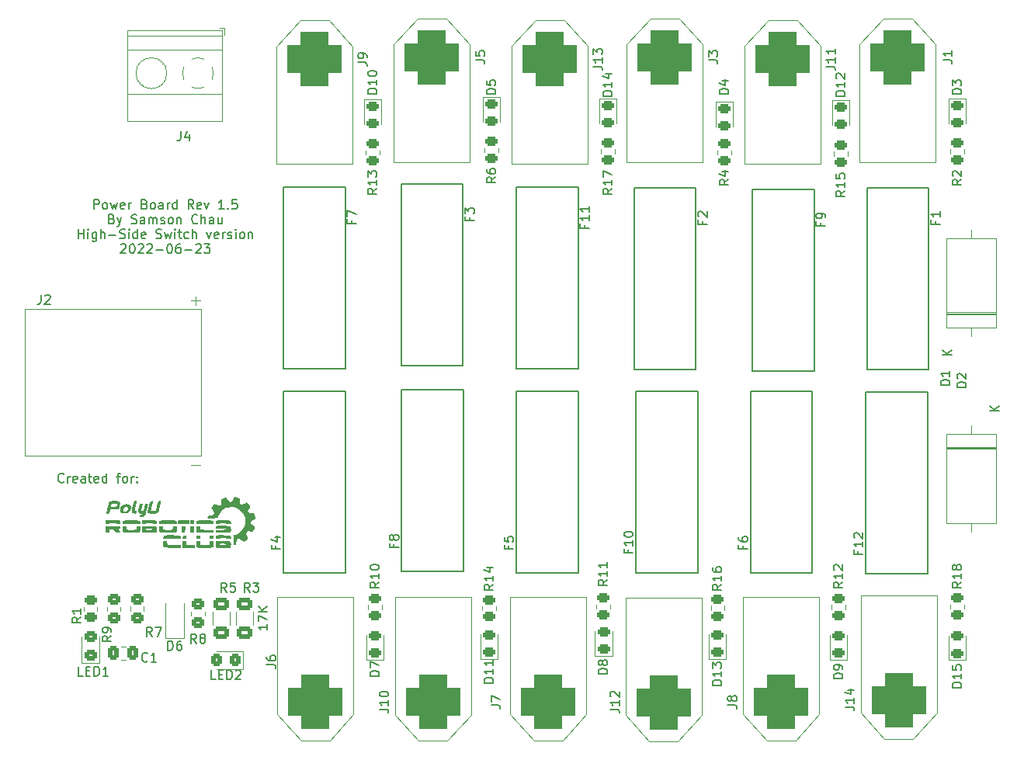
<source format=gto>
G04 #@! TF.GenerationSoftware,KiCad,Pcbnew,6.0.4-6f826c9f35~116~ubuntu18.04.1*
G04 #@! TF.CreationDate,2022-05-23T11:49:55+08:00*
G04 #@! TF.ProjectId,Power_connector,506f7765-725f-4636-9f6e-6e6563746f72,rev?*
G04 #@! TF.SameCoordinates,Original*
G04 #@! TF.FileFunction,Legend,Top*
G04 #@! TF.FilePolarity,Positive*
%FSLAX46Y46*%
G04 Gerber Fmt 4.6, Leading zero omitted, Abs format (unit mm)*
G04 Created by KiCad (PCBNEW 6.0.4-6f826c9f35~116~ubuntu18.04.1) date 2022-05-23 11:49:55*
%MOMM*%
%LPD*%
G01*
G04 APERTURE LIST*
G04 Aperture macros list*
%AMRoundRect*
0 Rectangle with rounded corners*
0 $1 Rounding radius*
0 $2 $3 $4 $5 $6 $7 $8 $9 X,Y pos of 4 corners*
0 Add a 4 corners polygon primitive as box body*
4,1,4,$2,$3,$4,$5,$6,$7,$8,$9,$2,$3,0*
0 Add four circle primitives for the rounded corners*
1,1,$1+$1,$2,$3*
1,1,$1+$1,$4,$5*
1,1,$1+$1,$6,$7*
1,1,$1+$1,$8,$9*
0 Add four rect primitives between the rounded corners*
20,1,$1+$1,$2,$3,$4,$5,0*
20,1,$1+$1,$4,$5,$6,$7,0*
20,1,$1+$1,$6,$7,$8,$9,0*
20,1,$1+$1,$8,$9,$2,$3,0*%
G04 Aperture macros list end*
%ADD10C,0.150000*%
%ADD11C,0.120000*%
%ADD12C,0.127000*%
%ADD13RoundRect,0.250000X0.450000X-0.325000X0.450000X0.325000X-0.450000X0.325000X-0.450000X-0.325000X0*%
%ADD14RoundRect,0.250000X-0.450000X0.350000X-0.450000X-0.350000X0.450000X-0.350000X0.450000X0.350000X0*%
%ADD15RoundRect,1.500000X-1.500000X1.500000X-1.500000X-1.500000X1.500000X-1.500000X1.500000X1.500000X0*%
%ADD16C,6.000000*%
%ADD17RoundRect,0.243750X-0.456250X0.243750X-0.456250X-0.243750X0.456250X-0.243750X0.456250X0.243750X0*%
%ADD18RoundRect,0.250000X0.450000X-0.350000X0.450000X0.350000X-0.450000X0.350000X-0.450000X-0.350000X0*%
%ADD19C,3.051988*%
%ADD20C,3.048000*%
%ADD21C,3.068258*%
%ADD22RoundRect,0.250000X-0.450000X0.262500X-0.450000X-0.262500X0.450000X-0.262500X0.450000X0.262500X0*%
%ADD23RoundRect,1.500000X1.500000X-1.500000X1.500000X1.500000X-1.500000X1.500000X-1.500000X-1.500000X0*%
%ADD24RoundRect,0.243750X0.456250X-0.243750X0.456250X0.243750X-0.456250X0.243750X-0.456250X-0.243750X0*%
%ADD25RoundRect,0.250000X0.450000X-0.262500X0.450000X0.262500X-0.450000X0.262500X-0.450000X-0.262500X0*%
%ADD26R,2.600000X2.600000*%
%ADD27C,2.600000*%
%ADD28RoundRect,0.250000X-0.625000X0.400000X-0.625000X-0.400000X0.625000X-0.400000X0.625000X0.400000X0*%
%ADD29R,3.200000X3.200000*%
%ADD30O,3.200000X3.200000*%
%ADD31RoundRect,0.250000X-0.337500X-0.475000X0.337500X-0.475000X0.337500X0.475000X-0.337500X0.475000X0*%
%ADD32R,1.800000X0.900000*%
%ADD33C,4.500000*%
%ADD34RoundRect,0.250000X0.325000X0.450000X-0.325000X0.450000X-0.325000X-0.450000X0.325000X-0.450000X0*%
%ADD35R,1.100000X1.100000*%
G04 APERTURE END LIST*
D10*
X80867714Y-106021142D02*
X80820095Y-106068761D01*
X80677238Y-106116380D01*
X80582000Y-106116380D01*
X80439142Y-106068761D01*
X80343904Y-105973523D01*
X80296285Y-105878285D01*
X80248666Y-105687809D01*
X80248666Y-105544952D01*
X80296285Y-105354476D01*
X80343904Y-105259238D01*
X80439142Y-105164000D01*
X80582000Y-105116380D01*
X80677238Y-105116380D01*
X80820095Y-105164000D01*
X80867714Y-105211619D01*
X81296285Y-106116380D02*
X81296285Y-105449714D01*
X81296285Y-105640190D02*
X81343904Y-105544952D01*
X81391523Y-105497333D01*
X81486761Y-105449714D01*
X81582000Y-105449714D01*
X82296285Y-106068761D02*
X82201047Y-106116380D01*
X82010571Y-106116380D01*
X81915333Y-106068761D01*
X81867714Y-105973523D01*
X81867714Y-105592571D01*
X81915333Y-105497333D01*
X82010571Y-105449714D01*
X82201047Y-105449714D01*
X82296285Y-105497333D01*
X82343904Y-105592571D01*
X82343904Y-105687809D01*
X81867714Y-105783047D01*
X83201047Y-106116380D02*
X83201047Y-105592571D01*
X83153428Y-105497333D01*
X83058190Y-105449714D01*
X82867714Y-105449714D01*
X82772476Y-105497333D01*
X83201047Y-106068761D02*
X83105809Y-106116380D01*
X82867714Y-106116380D01*
X82772476Y-106068761D01*
X82724857Y-105973523D01*
X82724857Y-105878285D01*
X82772476Y-105783047D01*
X82867714Y-105735428D01*
X83105809Y-105735428D01*
X83201047Y-105687809D01*
X83534380Y-105449714D02*
X83915333Y-105449714D01*
X83677238Y-105116380D02*
X83677238Y-105973523D01*
X83724857Y-106068761D01*
X83820095Y-106116380D01*
X83915333Y-106116380D01*
X84629619Y-106068761D02*
X84534380Y-106116380D01*
X84343904Y-106116380D01*
X84248666Y-106068761D01*
X84201047Y-105973523D01*
X84201047Y-105592571D01*
X84248666Y-105497333D01*
X84343904Y-105449714D01*
X84534380Y-105449714D01*
X84629619Y-105497333D01*
X84677238Y-105592571D01*
X84677238Y-105687809D01*
X84201047Y-105783047D01*
X85534380Y-106116380D02*
X85534380Y-105116380D01*
X85534380Y-106068761D02*
X85439142Y-106116380D01*
X85248666Y-106116380D01*
X85153428Y-106068761D01*
X85105809Y-106021142D01*
X85058190Y-105925904D01*
X85058190Y-105640190D01*
X85105809Y-105544952D01*
X85153428Y-105497333D01*
X85248666Y-105449714D01*
X85439142Y-105449714D01*
X85534380Y-105497333D01*
X86629619Y-105449714D02*
X87010571Y-105449714D01*
X86772476Y-106116380D02*
X86772476Y-105259238D01*
X86820095Y-105164000D01*
X86915333Y-105116380D01*
X87010571Y-105116380D01*
X87486761Y-106116380D02*
X87391523Y-106068761D01*
X87343904Y-106021142D01*
X87296285Y-105925904D01*
X87296285Y-105640190D01*
X87343904Y-105544952D01*
X87391523Y-105497333D01*
X87486761Y-105449714D01*
X87629619Y-105449714D01*
X87724857Y-105497333D01*
X87772476Y-105544952D01*
X87820095Y-105640190D01*
X87820095Y-105925904D01*
X87772476Y-106021142D01*
X87724857Y-106068761D01*
X87629619Y-106116380D01*
X87486761Y-106116380D01*
X88248666Y-106116380D02*
X88248666Y-105449714D01*
X88248666Y-105640190D02*
X88296285Y-105544952D01*
X88343904Y-105497333D01*
X88439142Y-105449714D01*
X88534380Y-105449714D01*
X88867714Y-106021142D02*
X88915333Y-106068761D01*
X88867714Y-106116380D01*
X88820095Y-106068761D01*
X88867714Y-106021142D01*
X88867714Y-106116380D01*
X88867714Y-105497333D02*
X88915333Y-105544952D01*
X88867714Y-105592571D01*
X88820095Y-105544952D01*
X88867714Y-105497333D01*
X88867714Y-105592571D01*
X103068380Y-121594476D02*
X103068380Y-122165904D01*
X103068380Y-121880190D02*
X102068380Y-121880190D01*
X102211238Y-121975428D01*
X102306476Y-122070666D01*
X102354095Y-122165904D01*
X102068380Y-121261142D02*
X102068380Y-120594476D01*
X103068380Y-121023047D01*
X103068380Y-120213523D02*
X102068380Y-120213523D01*
X103068380Y-119642095D02*
X102496952Y-120070666D01*
X102068380Y-119642095D02*
X102639809Y-120213523D01*
X84162285Y-76269380D02*
X84162285Y-75269380D01*
X84543238Y-75269380D01*
X84638476Y-75317000D01*
X84686095Y-75364619D01*
X84733714Y-75459857D01*
X84733714Y-75602714D01*
X84686095Y-75697952D01*
X84638476Y-75745571D01*
X84543238Y-75793190D01*
X84162285Y-75793190D01*
X85305142Y-76269380D02*
X85209904Y-76221761D01*
X85162285Y-76174142D01*
X85114666Y-76078904D01*
X85114666Y-75793190D01*
X85162285Y-75697952D01*
X85209904Y-75650333D01*
X85305142Y-75602714D01*
X85448000Y-75602714D01*
X85543238Y-75650333D01*
X85590857Y-75697952D01*
X85638476Y-75793190D01*
X85638476Y-76078904D01*
X85590857Y-76174142D01*
X85543238Y-76221761D01*
X85448000Y-76269380D01*
X85305142Y-76269380D01*
X85971809Y-75602714D02*
X86162285Y-76269380D01*
X86352761Y-75793190D01*
X86543238Y-76269380D01*
X86733714Y-75602714D01*
X87495619Y-76221761D02*
X87400380Y-76269380D01*
X87209904Y-76269380D01*
X87114666Y-76221761D01*
X87067047Y-76126523D01*
X87067047Y-75745571D01*
X87114666Y-75650333D01*
X87209904Y-75602714D01*
X87400380Y-75602714D01*
X87495619Y-75650333D01*
X87543238Y-75745571D01*
X87543238Y-75840809D01*
X87067047Y-75936047D01*
X87971809Y-76269380D02*
X87971809Y-75602714D01*
X87971809Y-75793190D02*
X88019428Y-75697952D01*
X88067047Y-75650333D01*
X88162285Y-75602714D01*
X88257523Y-75602714D01*
X89686095Y-75745571D02*
X89828952Y-75793190D01*
X89876571Y-75840809D01*
X89924190Y-75936047D01*
X89924190Y-76078904D01*
X89876571Y-76174142D01*
X89828952Y-76221761D01*
X89733714Y-76269380D01*
X89352761Y-76269380D01*
X89352761Y-75269380D01*
X89686095Y-75269380D01*
X89781333Y-75317000D01*
X89828952Y-75364619D01*
X89876571Y-75459857D01*
X89876571Y-75555095D01*
X89828952Y-75650333D01*
X89781333Y-75697952D01*
X89686095Y-75745571D01*
X89352761Y-75745571D01*
X90495619Y-76269380D02*
X90400380Y-76221761D01*
X90352761Y-76174142D01*
X90305142Y-76078904D01*
X90305142Y-75793190D01*
X90352761Y-75697952D01*
X90400380Y-75650333D01*
X90495619Y-75602714D01*
X90638476Y-75602714D01*
X90733714Y-75650333D01*
X90781333Y-75697952D01*
X90828952Y-75793190D01*
X90828952Y-76078904D01*
X90781333Y-76174142D01*
X90733714Y-76221761D01*
X90638476Y-76269380D01*
X90495619Y-76269380D01*
X91686095Y-76269380D02*
X91686095Y-75745571D01*
X91638476Y-75650333D01*
X91543238Y-75602714D01*
X91352761Y-75602714D01*
X91257523Y-75650333D01*
X91686095Y-76221761D02*
X91590857Y-76269380D01*
X91352761Y-76269380D01*
X91257523Y-76221761D01*
X91209904Y-76126523D01*
X91209904Y-76031285D01*
X91257523Y-75936047D01*
X91352761Y-75888428D01*
X91590857Y-75888428D01*
X91686095Y-75840809D01*
X92162285Y-76269380D02*
X92162285Y-75602714D01*
X92162285Y-75793190D02*
X92209904Y-75697952D01*
X92257523Y-75650333D01*
X92352761Y-75602714D01*
X92448000Y-75602714D01*
X93209904Y-76269380D02*
X93209904Y-75269380D01*
X93209904Y-76221761D02*
X93114666Y-76269380D01*
X92924190Y-76269380D01*
X92828952Y-76221761D01*
X92781333Y-76174142D01*
X92733714Y-76078904D01*
X92733714Y-75793190D01*
X92781333Y-75697952D01*
X92828952Y-75650333D01*
X92924190Y-75602714D01*
X93114666Y-75602714D01*
X93209904Y-75650333D01*
X95019428Y-76269380D02*
X94686095Y-75793190D01*
X94448000Y-76269380D02*
X94448000Y-75269380D01*
X94828952Y-75269380D01*
X94924190Y-75317000D01*
X94971809Y-75364619D01*
X95019428Y-75459857D01*
X95019428Y-75602714D01*
X94971809Y-75697952D01*
X94924190Y-75745571D01*
X94828952Y-75793190D01*
X94448000Y-75793190D01*
X95828952Y-76221761D02*
X95733714Y-76269380D01*
X95543238Y-76269380D01*
X95448000Y-76221761D01*
X95400380Y-76126523D01*
X95400380Y-75745571D01*
X95448000Y-75650333D01*
X95543238Y-75602714D01*
X95733714Y-75602714D01*
X95828952Y-75650333D01*
X95876571Y-75745571D01*
X95876571Y-75840809D01*
X95400380Y-75936047D01*
X96209904Y-75602714D02*
X96448000Y-76269380D01*
X96686095Y-75602714D01*
X98352761Y-76269380D02*
X97781333Y-76269380D01*
X98067047Y-76269380D02*
X98067047Y-75269380D01*
X97971809Y-75412238D01*
X97876571Y-75507476D01*
X97781333Y-75555095D01*
X98781333Y-76174142D02*
X98828952Y-76221761D01*
X98781333Y-76269380D01*
X98733714Y-76221761D01*
X98781333Y-76174142D01*
X98781333Y-76269380D01*
X99733714Y-75269380D02*
X99257523Y-75269380D01*
X99209904Y-75745571D01*
X99257523Y-75697952D01*
X99352761Y-75650333D01*
X99590857Y-75650333D01*
X99686095Y-75697952D01*
X99733714Y-75745571D01*
X99781333Y-75840809D01*
X99781333Y-76078904D01*
X99733714Y-76174142D01*
X99686095Y-76221761D01*
X99590857Y-76269380D01*
X99352761Y-76269380D01*
X99257523Y-76221761D01*
X99209904Y-76174142D01*
X86114666Y-77355571D02*
X86257523Y-77403190D01*
X86305142Y-77450809D01*
X86352761Y-77546047D01*
X86352761Y-77688904D01*
X86305142Y-77784142D01*
X86257523Y-77831761D01*
X86162285Y-77879380D01*
X85781333Y-77879380D01*
X85781333Y-76879380D01*
X86114666Y-76879380D01*
X86209904Y-76927000D01*
X86257523Y-76974619D01*
X86305142Y-77069857D01*
X86305142Y-77165095D01*
X86257523Y-77260333D01*
X86209904Y-77307952D01*
X86114666Y-77355571D01*
X85781333Y-77355571D01*
X86686095Y-77212714D02*
X86924190Y-77879380D01*
X87162285Y-77212714D02*
X86924190Y-77879380D01*
X86828952Y-78117476D01*
X86781333Y-78165095D01*
X86686095Y-78212714D01*
X88257523Y-77831761D02*
X88400380Y-77879380D01*
X88638476Y-77879380D01*
X88733714Y-77831761D01*
X88781333Y-77784142D01*
X88828952Y-77688904D01*
X88828952Y-77593666D01*
X88781333Y-77498428D01*
X88733714Y-77450809D01*
X88638476Y-77403190D01*
X88448000Y-77355571D01*
X88352761Y-77307952D01*
X88305142Y-77260333D01*
X88257523Y-77165095D01*
X88257523Y-77069857D01*
X88305142Y-76974619D01*
X88352761Y-76927000D01*
X88448000Y-76879380D01*
X88686095Y-76879380D01*
X88828952Y-76927000D01*
X89686095Y-77879380D02*
X89686095Y-77355571D01*
X89638476Y-77260333D01*
X89543238Y-77212714D01*
X89352761Y-77212714D01*
X89257523Y-77260333D01*
X89686095Y-77831761D02*
X89590857Y-77879380D01*
X89352761Y-77879380D01*
X89257523Y-77831761D01*
X89209904Y-77736523D01*
X89209904Y-77641285D01*
X89257523Y-77546047D01*
X89352761Y-77498428D01*
X89590857Y-77498428D01*
X89686095Y-77450809D01*
X90162285Y-77879380D02*
X90162285Y-77212714D01*
X90162285Y-77307952D02*
X90209904Y-77260333D01*
X90305142Y-77212714D01*
X90448000Y-77212714D01*
X90543238Y-77260333D01*
X90590857Y-77355571D01*
X90590857Y-77879380D01*
X90590857Y-77355571D02*
X90638476Y-77260333D01*
X90733714Y-77212714D01*
X90876571Y-77212714D01*
X90971809Y-77260333D01*
X91019428Y-77355571D01*
X91019428Y-77879380D01*
X91448000Y-77831761D02*
X91543238Y-77879380D01*
X91733714Y-77879380D01*
X91828952Y-77831761D01*
X91876571Y-77736523D01*
X91876571Y-77688904D01*
X91828952Y-77593666D01*
X91733714Y-77546047D01*
X91590857Y-77546047D01*
X91495619Y-77498428D01*
X91448000Y-77403190D01*
X91448000Y-77355571D01*
X91495619Y-77260333D01*
X91590857Y-77212714D01*
X91733714Y-77212714D01*
X91828952Y-77260333D01*
X92448000Y-77879380D02*
X92352761Y-77831761D01*
X92305142Y-77784142D01*
X92257523Y-77688904D01*
X92257523Y-77403190D01*
X92305142Y-77307952D01*
X92352761Y-77260333D01*
X92448000Y-77212714D01*
X92590857Y-77212714D01*
X92686095Y-77260333D01*
X92733714Y-77307952D01*
X92781333Y-77403190D01*
X92781333Y-77688904D01*
X92733714Y-77784142D01*
X92686095Y-77831761D01*
X92590857Y-77879380D01*
X92448000Y-77879380D01*
X93209904Y-77212714D02*
X93209904Y-77879380D01*
X93209904Y-77307952D02*
X93257523Y-77260333D01*
X93352761Y-77212714D01*
X93495619Y-77212714D01*
X93590857Y-77260333D01*
X93638476Y-77355571D01*
X93638476Y-77879380D01*
X95448000Y-77784142D02*
X95400380Y-77831761D01*
X95257523Y-77879380D01*
X95162285Y-77879380D01*
X95019428Y-77831761D01*
X94924190Y-77736523D01*
X94876571Y-77641285D01*
X94828952Y-77450809D01*
X94828952Y-77307952D01*
X94876571Y-77117476D01*
X94924190Y-77022238D01*
X95019428Y-76927000D01*
X95162285Y-76879380D01*
X95257523Y-76879380D01*
X95400380Y-76927000D01*
X95448000Y-76974619D01*
X95876571Y-77879380D02*
X95876571Y-76879380D01*
X96305142Y-77879380D02*
X96305142Y-77355571D01*
X96257523Y-77260333D01*
X96162285Y-77212714D01*
X96019428Y-77212714D01*
X95924190Y-77260333D01*
X95876571Y-77307952D01*
X97209904Y-77879380D02*
X97209904Y-77355571D01*
X97162285Y-77260333D01*
X97067047Y-77212714D01*
X96876571Y-77212714D01*
X96781333Y-77260333D01*
X97209904Y-77831761D02*
X97114666Y-77879380D01*
X96876571Y-77879380D01*
X96781333Y-77831761D01*
X96733714Y-77736523D01*
X96733714Y-77641285D01*
X96781333Y-77546047D01*
X96876571Y-77498428D01*
X97114666Y-77498428D01*
X97209904Y-77450809D01*
X98114666Y-77212714D02*
X98114666Y-77879380D01*
X97686095Y-77212714D02*
X97686095Y-77736523D01*
X97733714Y-77831761D01*
X97828952Y-77879380D01*
X97971809Y-77879380D01*
X98067047Y-77831761D01*
X98114666Y-77784142D01*
X82471809Y-79489380D02*
X82471809Y-78489380D01*
X82471809Y-78965571D02*
X83043238Y-78965571D01*
X83043238Y-79489380D02*
X83043238Y-78489380D01*
X83519428Y-79489380D02*
X83519428Y-78822714D01*
X83519428Y-78489380D02*
X83471809Y-78537000D01*
X83519428Y-78584619D01*
X83567047Y-78537000D01*
X83519428Y-78489380D01*
X83519428Y-78584619D01*
X84424190Y-78822714D02*
X84424190Y-79632238D01*
X84376571Y-79727476D01*
X84328952Y-79775095D01*
X84233714Y-79822714D01*
X84090857Y-79822714D01*
X83995619Y-79775095D01*
X84424190Y-79441761D02*
X84328952Y-79489380D01*
X84138476Y-79489380D01*
X84043238Y-79441761D01*
X83995619Y-79394142D01*
X83948000Y-79298904D01*
X83948000Y-79013190D01*
X83995619Y-78917952D01*
X84043238Y-78870333D01*
X84138476Y-78822714D01*
X84328952Y-78822714D01*
X84424190Y-78870333D01*
X84900380Y-79489380D02*
X84900380Y-78489380D01*
X85328952Y-79489380D02*
X85328952Y-78965571D01*
X85281333Y-78870333D01*
X85186095Y-78822714D01*
X85043238Y-78822714D01*
X84948000Y-78870333D01*
X84900380Y-78917952D01*
X85805142Y-79108428D02*
X86567047Y-79108428D01*
X86995619Y-79441761D02*
X87138476Y-79489380D01*
X87376571Y-79489380D01*
X87471809Y-79441761D01*
X87519428Y-79394142D01*
X87567047Y-79298904D01*
X87567047Y-79203666D01*
X87519428Y-79108428D01*
X87471809Y-79060809D01*
X87376571Y-79013190D01*
X87186095Y-78965571D01*
X87090857Y-78917952D01*
X87043238Y-78870333D01*
X86995619Y-78775095D01*
X86995619Y-78679857D01*
X87043238Y-78584619D01*
X87090857Y-78537000D01*
X87186095Y-78489380D01*
X87424190Y-78489380D01*
X87567047Y-78537000D01*
X87995619Y-79489380D02*
X87995619Y-78822714D01*
X87995619Y-78489380D02*
X87948000Y-78537000D01*
X87995619Y-78584619D01*
X88043238Y-78537000D01*
X87995619Y-78489380D01*
X87995619Y-78584619D01*
X88900380Y-79489380D02*
X88900380Y-78489380D01*
X88900380Y-79441761D02*
X88805142Y-79489380D01*
X88614666Y-79489380D01*
X88519428Y-79441761D01*
X88471809Y-79394142D01*
X88424190Y-79298904D01*
X88424190Y-79013190D01*
X88471809Y-78917952D01*
X88519428Y-78870333D01*
X88614666Y-78822714D01*
X88805142Y-78822714D01*
X88900380Y-78870333D01*
X89757523Y-79441761D02*
X89662285Y-79489380D01*
X89471809Y-79489380D01*
X89376571Y-79441761D01*
X89328952Y-79346523D01*
X89328952Y-78965571D01*
X89376571Y-78870333D01*
X89471809Y-78822714D01*
X89662285Y-78822714D01*
X89757523Y-78870333D01*
X89805142Y-78965571D01*
X89805142Y-79060809D01*
X89328952Y-79156047D01*
X90948000Y-79441761D02*
X91090857Y-79489380D01*
X91328952Y-79489380D01*
X91424190Y-79441761D01*
X91471809Y-79394142D01*
X91519428Y-79298904D01*
X91519428Y-79203666D01*
X91471809Y-79108428D01*
X91424190Y-79060809D01*
X91328952Y-79013190D01*
X91138476Y-78965571D01*
X91043238Y-78917952D01*
X90995619Y-78870333D01*
X90948000Y-78775095D01*
X90948000Y-78679857D01*
X90995619Y-78584619D01*
X91043238Y-78537000D01*
X91138476Y-78489380D01*
X91376571Y-78489380D01*
X91519428Y-78537000D01*
X91852761Y-78822714D02*
X92043238Y-79489380D01*
X92233714Y-79013190D01*
X92424190Y-79489380D01*
X92614666Y-78822714D01*
X92995619Y-79489380D02*
X92995619Y-78822714D01*
X92995619Y-78489380D02*
X92948000Y-78537000D01*
X92995619Y-78584619D01*
X93043238Y-78537000D01*
X92995619Y-78489380D01*
X92995619Y-78584619D01*
X93328952Y-78822714D02*
X93709904Y-78822714D01*
X93471809Y-78489380D02*
X93471809Y-79346523D01*
X93519428Y-79441761D01*
X93614666Y-79489380D01*
X93709904Y-79489380D01*
X94471809Y-79441761D02*
X94376571Y-79489380D01*
X94186095Y-79489380D01*
X94090857Y-79441761D01*
X94043238Y-79394142D01*
X93995619Y-79298904D01*
X93995619Y-79013190D01*
X94043238Y-78917952D01*
X94090857Y-78870333D01*
X94186095Y-78822714D01*
X94376571Y-78822714D01*
X94471809Y-78870333D01*
X94900380Y-79489380D02*
X94900380Y-78489380D01*
X95328952Y-79489380D02*
X95328952Y-78965571D01*
X95281333Y-78870333D01*
X95186095Y-78822714D01*
X95043238Y-78822714D01*
X94948000Y-78870333D01*
X94900380Y-78917952D01*
X96471809Y-78822714D02*
X96709904Y-79489380D01*
X96948000Y-78822714D01*
X97709904Y-79441761D02*
X97614666Y-79489380D01*
X97424190Y-79489380D01*
X97328952Y-79441761D01*
X97281333Y-79346523D01*
X97281333Y-78965571D01*
X97328952Y-78870333D01*
X97424190Y-78822714D01*
X97614666Y-78822714D01*
X97709904Y-78870333D01*
X97757523Y-78965571D01*
X97757523Y-79060809D01*
X97281333Y-79156047D01*
X98186095Y-79489380D02*
X98186095Y-78822714D01*
X98186095Y-79013190D02*
X98233714Y-78917952D01*
X98281333Y-78870333D01*
X98376571Y-78822714D01*
X98471809Y-78822714D01*
X98757523Y-79441761D02*
X98852761Y-79489380D01*
X99043238Y-79489380D01*
X99138476Y-79441761D01*
X99186095Y-79346523D01*
X99186095Y-79298904D01*
X99138476Y-79203666D01*
X99043238Y-79156047D01*
X98900380Y-79156047D01*
X98805142Y-79108428D01*
X98757523Y-79013190D01*
X98757523Y-78965571D01*
X98805142Y-78870333D01*
X98900380Y-78822714D01*
X99043238Y-78822714D01*
X99138476Y-78870333D01*
X99614666Y-79489380D02*
X99614666Y-78822714D01*
X99614666Y-78489380D02*
X99567047Y-78537000D01*
X99614666Y-78584619D01*
X99662285Y-78537000D01*
X99614666Y-78489380D01*
X99614666Y-78584619D01*
X100233714Y-79489380D02*
X100138476Y-79441761D01*
X100090857Y-79394142D01*
X100043238Y-79298904D01*
X100043238Y-79013190D01*
X100090857Y-78917952D01*
X100138476Y-78870333D01*
X100233714Y-78822714D01*
X100376571Y-78822714D01*
X100471809Y-78870333D01*
X100519428Y-78917952D01*
X100567047Y-79013190D01*
X100567047Y-79298904D01*
X100519428Y-79394142D01*
X100471809Y-79441761D01*
X100376571Y-79489380D01*
X100233714Y-79489380D01*
X100995619Y-78822714D02*
X100995619Y-79489380D01*
X100995619Y-78917952D02*
X101043238Y-78870333D01*
X101138476Y-78822714D01*
X101281333Y-78822714D01*
X101376571Y-78870333D01*
X101424190Y-78965571D01*
X101424190Y-79489380D01*
X87090857Y-80194619D02*
X87138476Y-80147000D01*
X87233714Y-80099380D01*
X87471809Y-80099380D01*
X87567047Y-80147000D01*
X87614666Y-80194619D01*
X87662285Y-80289857D01*
X87662285Y-80385095D01*
X87614666Y-80527952D01*
X87043238Y-81099380D01*
X87662285Y-81099380D01*
X88281333Y-80099380D02*
X88376571Y-80099380D01*
X88471809Y-80147000D01*
X88519428Y-80194619D01*
X88567047Y-80289857D01*
X88614666Y-80480333D01*
X88614666Y-80718428D01*
X88567047Y-80908904D01*
X88519428Y-81004142D01*
X88471809Y-81051761D01*
X88376571Y-81099380D01*
X88281333Y-81099380D01*
X88186095Y-81051761D01*
X88138476Y-81004142D01*
X88090857Y-80908904D01*
X88043238Y-80718428D01*
X88043238Y-80480333D01*
X88090857Y-80289857D01*
X88138476Y-80194619D01*
X88186095Y-80147000D01*
X88281333Y-80099380D01*
X88995619Y-80194619D02*
X89043238Y-80147000D01*
X89138476Y-80099380D01*
X89376571Y-80099380D01*
X89471809Y-80147000D01*
X89519428Y-80194619D01*
X89567047Y-80289857D01*
X89567047Y-80385095D01*
X89519428Y-80527952D01*
X88948000Y-81099380D01*
X89567047Y-81099380D01*
X89948000Y-80194619D02*
X89995619Y-80147000D01*
X90090857Y-80099380D01*
X90328952Y-80099380D01*
X90424190Y-80147000D01*
X90471809Y-80194619D01*
X90519428Y-80289857D01*
X90519428Y-80385095D01*
X90471809Y-80527952D01*
X89900380Y-81099380D01*
X90519428Y-81099380D01*
X90948000Y-80718428D02*
X91709904Y-80718428D01*
X92376571Y-80099380D02*
X92471809Y-80099380D01*
X92567047Y-80147000D01*
X92614666Y-80194619D01*
X92662285Y-80289857D01*
X92709904Y-80480333D01*
X92709904Y-80718428D01*
X92662285Y-80908904D01*
X92614666Y-81004142D01*
X92567047Y-81051761D01*
X92471809Y-81099380D01*
X92376571Y-81099380D01*
X92281333Y-81051761D01*
X92233714Y-81004142D01*
X92186095Y-80908904D01*
X92138476Y-80718428D01*
X92138476Y-80480333D01*
X92186095Y-80289857D01*
X92233714Y-80194619D01*
X92281333Y-80147000D01*
X92376571Y-80099380D01*
X93567047Y-80099380D02*
X93376571Y-80099380D01*
X93281333Y-80147000D01*
X93233714Y-80194619D01*
X93138476Y-80337476D01*
X93090857Y-80527952D01*
X93090857Y-80908904D01*
X93138476Y-81004142D01*
X93186095Y-81051761D01*
X93281333Y-81099380D01*
X93471809Y-81099380D01*
X93567047Y-81051761D01*
X93614666Y-81004142D01*
X93662285Y-80908904D01*
X93662285Y-80670809D01*
X93614666Y-80575571D01*
X93567047Y-80527952D01*
X93471809Y-80480333D01*
X93281333Y-80480333D01*
X93186095Y-80527952D01*
X93138476Y-80575571D01*
X93090857Y-80670809D01*
X94090857Y-80718428D02*
X94852761Y-80718428D01*
X95281333Y-80194619D02*
X95328952Y-80147000D01*
X95424190Y-80099380D01*
X95662285Y-80099380D01*
X95757523Y-80147000D01*
X95805142Y-80194619D01*
X95852761Y-80289857D01*
X95852761Y-80385095D01*
X95805142Y-80527952D01*
X95233714Y-81099380D01*
X95852761Y-81099380D01*
X96186095Y-80099380D02*
X96805142Y-80099380D01*
X96471809Y-80480333D01*
X96614666Y-80480333D01*
X96709904Y-80527952D01*
X96757523Y-80575571D01*
X96805142Y-80670809D01*
X96805142Y-80908904D01*
X96757523Y-81004142D01*
X96709904Y-81051761D01*
X96614666Y-81099380D01*
X96328952Y-81099380D01*
X96233714Y-81051761D01*
X96186095Y-81004142D01*
X82954952Y-127198380D02*
X82478761Y-127198380D01*
X82478761Y-126198380D01*
X83288285Y-126674571D02*
X83621619Y-126674571D01*
X83764476Y-127198380D02*
X83288285Y-127198380D01*
X83288285Y-126198380D01*
X83764476Y-126198380D01*
X84193047Y-127198380D02*
X84193047Y-126198380D01*
X84431142Y-126198380D01*
X84574000Y-126246000D01*
X84669238Y-126341238D01*
X84716857Y-126436476D01*
X84764476Y-126626952D01*
X84764476Y-126769809D01*
X84716857Y-126960285D01*
X84669238Y-127055523D01*
X84574000Y-127150761D01*
X84431142Y-127198380D01*
X84193047Y-127198380D01*
X85716857Y-127198380D02*
X85145428Y-127198380D01*
X85431142Y-127198380D02*
X85431142Y-126198380D01*
X85335904Y-126341238D01*
X85240666Y-126436476D01*
X85145428Y-126484095D01*
X90511333Y-122880380D02*
X90178000Y-122404190D01*
X89939904Y-122880380D02*
X89939904Y-121880380D01*
X90320857Y-121880380D01*
X90416095Y-121928000D01*
X90463714Y-121975619D01*
X90511333Y-122070857D01*
X90511333Y-122213714D01*
X90463714Y-122308952D01*
X90416095Y-122356571D01*
X90320857Y-122404190D01*
X89939904Y-122404190D01*
X90844666Y-121880380D02*
X91511333Y-121880380D01*
X91082761Y-122880380D01*
X176744380Y-60023333D02*
X177458666Y-60023333D01*
X177601523Y-60070952D01*
X177696761Y-60166190D01*
X177744380Y-60309047D01*
X177744380Y-60404285D01*
X177744380Y-59023333D02*
X177744380Y-59594761D01*
X177744380Y-59309047D02*
X176744380Y-59309047D01*
X176887238Y-59404285D01*
X176982476Y-59499523D01*
X177030095Y-59594761D01*
X86050380Y-122848666D02*
X85574190Y-123182000D01*
X86050380Y-123420095D02*
X85050380Y-123420095D01*
X85050380Y-123039142D01*
X85098000Y-122943904D01*
X85145619Y-122896285D01*
X85240857Y-122848666D01*
X85383714Y-122848666D01*
X85478952Y-122896285D01*
X85526571Y-122943904D01*
X85574190Y-123039142D01*
X85574190Y-123420095D01*
X86050380Y-122372476D02*
X86050380Y-122182000D01*
X86002761Y-122086761D01*
X85955142Y-122039142D01*
X85812285Y-121943904D01*
X85621809Y-121896285D01*
X85240857Y-121896285D01*
X85145619Y-121943904D01*
X85098000Y-121991523D01*
X85050380Y-122086761D01*
X85050380Y-122277238D01*
X85098000Y-122372476D01*
X85145619Y-122420095D01*
X85240857Y-122467714D01*
X85478952Y-122467714D01*
X85574190Y-122420095D01*
X85621809Y-122372476D01*
X85669428Y-122277238D01*
X85669428Y-122086761D01*
X85621809Y-121991523D01*
X85574190Y-121943904D01*
X85478952Y-121896285D01*
X115006380Y-63698285D02*
X114006380Y-63698285D01*
X114006380Y-63460190D01*
X114054000Y-63317333D01*
X114149238Y-63222095D01*
X114244476Y-63174476D01*
X114434952Y-63126857D01*
X114577809Y-63126857D01*
X114768285Y-63174476D01*
X114863523Y-63222095D01*
X114958761Y-63317333D01*
X115006380Y-63460190D01*
X115006380Y-63698285D01*
X115006380Y-62174476D02*
X115006380Y-62745904D01*
X115006380Y-62460190D02*
X114006380Y-62460190D01*
X114149238Y-62555428D01*
X114244476Y-62650666D01*
X114292095Y-62745904D01*
X114006380Y-61555428D02*
X114006380Y-61460190D01*
X114054000Y-61364952D01*
X114101619Y-61317333D01*
X114196857Y-61269714D01*
X114387333Y-61222095D01*
X114625428Y-61222095D01*
X114815904Y-61269714D01*
X114911142Y-61317333D01*
X114958761Y-61364952D01*
X115006380Y-61460190D01*
X115006380Y-61555428D01*
X114958761Y-61650666D01*
X114911142Y-61698285D01*
X114815904Y-61745904D01*
X114625428Y-61793523D01*
X114387333Y-61793523D01*
X114196857Y-61745904D01*
X114101619Y-61698285D01*
X114054000Y-61650666D01*
X114006380Y-61555428D01*
X95337333Y-123642380D02*
X95004000Y-123166190D01*
X94765904Y-123642380D02*
X94765904Y-122642380D01*
X95146857Y-122642380D01*
X95242095Y-122690000D01*
X95289714Y-122737619D01*
X95337333Y-122832857D01*
X95337333Y-122975714D01*
X95289714Y-123070952D01*
X95242095Y-123118571D01*
X95146857Y-123166190D01*
X94765904Y-123166190D01*
X95908761Y-123070952D02*
X95813523Y-123023333D01*
X95765904Y-122975714D01*
X95718285Y-122880476D01*
X95718285Y-122832857D01*
X95765904Y-122737619D01*
X95813523Y-122690000D01*
X95908761Y-122642380D01*
X96099238Y-122642380D01*
X96194476Y-122690000D01*
X96242095Y-122737619D01*
X96289714Y-122832857D01*
X96289714Y-122880476D01*
X96242095Y-122975714D01*
X96194476Y-123023333D01*
X96099238Y-123070952D01*
X95908761Y-123070952D01*
X95813523Y-123118571D01*
X95765904Y-123166190D01*
X95718285Y-123261428D01*
X95718285Y-123451904D01*
X95765904Y-123547142D01*
X95813523Y-123594761D01*
X95908761Y-123642380D01*
X96099238Y-123642380D01*
X96194476Y-123594761D01*
X96242095Y-123547142D01*
X96289714Y-123451904D01*
X96289714Y-123261428D01*
X96242095Y-123166190D01*
X96194476Y-123118571D01*
X96099238Y-123070952D01*
X137672995Y-78016797D02*
X137672995Y-78350577D01*
X138197506Y-78350577D02*
X137196167Y-78350577D01*
X137196167Y-77873749D01*
X138197506Y-76967775D02*
X138197506Y-77539969D01*
X138197506Y-77253872D02*
X137196167Y-77253872D01*
X137339216Y-77349238D01*
X137434581Y-77444604D01*
X137482264Y-77539969D01*
X138197506Y-76014119D02*
X138197506Y-76586313D01*
X138197506Y-76300216D02*
X137196167Y-76300216D01*
X137339216Y-76395582D01*
X137434581Y-76490947D01*
X137482264Y-76586313D01*
X165806380Y-116974857D02*
X165330190Y-117308190D01*
X165806380Y-117546285D02*
X164806380Y-117546285D01*
X164806380Y-117165333D01*
X164854000Y-117070095D01*
X164901619Y-117022476D01*
X164996857Y-116974857D01*
X165139714Y-116974857D01*
X165234952Y-117022476D01*
X165282571Y-117070095D01*
X165330190Y-117165333D01*
X165330190Y-117546285D01*
X165806380Y-116022476D02*
X165806380Y-116593904D01*
X165806380Y-116308190D02*
X164806380Y-116308190D01*
X164949238Y-116403428D01*
X165044476Y-116498666D01*
X165092095Y-116593904D01*
X164901619Y-115641523D02*
X164854000Y-115593904D01*
X164806380Y-115498666D01*
X164806380Y-115260571D01*
X164854000Y-115165333D01*
X164901619Y-115117714D01*
X164996857Y-115070095D01*
X165092095Y-115070095D01*
X165234952Y-115117714D01*
X165806380Y-115689142D01*
X165806380Y-115070095D01*
X140152380Y-116720857D02*
X139676190Y-117054190D01*
X140152380Y-117292285D02*
X139152380Y-117292285D01*
X139152380Y-116911333D01*
X139200000Y-116816095D01*
X139247619Y-116768476D01*
X139342857Y-116720857D01*
X139485714Y-116720857D01*
X139580952Y-116768476D01*
X139628571Y-116816095D01*
X139676190Y-116911333D01*
X139676190Y-117292285D01*
X140152380Y-115768476D02*
X140152380Y-116339904D01*
X140152380Y-116054190D02*
X139152380Y-116054190D01*
X139295238Y-116149428D01*
X139390476Y-116244666D01*
X139438095Y-116339904D01*
X140152380Y-114816095D02*
X140152380Y-115387523D01*
X140152380Y-115101809D02*
X139152380Y-115101809D01*
X139295238Y-115197047D01*
X139390476Y-115292285D01*
X139438095Y-115387523D01*
X153360380Y-63730095D02*
X152360380Y-63730095D01*
X152360380Y-63492000D01*
X152408000Y-63349142D01*
X152503238Y-63253904D01*
X152598476Y-63206285D01*
X152788952Y-63158666D01*
X152931809Y-63158666D01*
X153122285Y-63206285D01*
X153217523Y-63253904D01*
X153312761Y-63349142D01*
X153360380Y-63492000D01*
X153360380Y-63730095D01*
X152693714Y-62301523D02*
X153360380Y-62301523D01*
X152312761Y-62539619D02*
X153027047Y-62777714D01*
X153027047Y-62158666D01*
X116867955Y-112865589D02*
X116867955Y-113199369D01*
X117392466Y-113199369D02*
X116391127Y-113199369D01*
X116391127Y-112722541D01*
X116820272Y-112198030D02*
X116772590Y-112293395D01*
X116724907Y-112341078D01*
X116629541Y-112388761D01*
X116581858Y-112388761D01*
X116486493Y-112341078D01*
X116438810Y-112293395D01*
X116391127Y-112198030D01*
X116391127Y-112007299D01*
X116438810Y-111911933D01*
X116486493Y-111864250D01*
X116581858Y-111816567D01*
X116629541Y-111816567D01*
X116724907Y-111864250D01*
X116772590Y-111911933D01*
X116820272Y-112007299D01*
X116820272Y-112198030D01*
X116867955Y-112293395D01*
X116915638Y-112341078D01*
X117011004Y-112388761D01*
X117201735Y-112388761D01*
X117297101Y-112341078D01*
X117344783Y-112293395D01*
X117392466Y-112198030D01*
X117392466Y-112007299D01*
X117344783Y-111911933D01*
X117297101Y-111864250D01*
X117201735Y-111816567D01*
X117011004Y-111816567D01*
X116915638Y-111864250D01*
X116867955Y-111911933D01*
X116820272Y-112007299D01*
X153281580Y-130381333D02*
X153995866Y-130381333D01*
X154138723Y-130428952D01*
X154233961Y-130524190D01*
X154281580Y-130667047D01*
X154281580Y-130762285D01*
X153710152Y-129762285D02*
X153662533Y-129857523D01*
X153614914Y-129905142D01*
X153519676Y-129952761D01*
X153472057Y-129952761D01*
X153376819Y-129905142D01*
X153329200Y-129857523D01*
X153281580Y-129762285D01*
X153281580Y-129571809D01*
X153329200Y-129476571D01*
X153376819Y-129428952D01*
X153472057Y-129381333D01*
X153519676Y-129381333D01*
X153614914Y-129428952D01*
X153662533Y-129476571D01*
X153710152Y-129571809D01*
X153710152Y-129762285D01*
X153757771Y-129857523D01*
X153805390Y-129905142D01*
X153900628Y-129952761D01*
X154091104Y-129952761D01*
X154186342Y-129905142D01*
X154233961Y-129857523D01*
X154281580Y-129762285D01*
X154281580Y-129571809D01*
X154233961Y-129476571D01*
X154186342Y-129428952D01*
X154091104Y-129381333D01*
X153900628Y-129381333D01*
X153805390Y-129428952D01*
X153757771Y-129476571D01*
X153710152Y-129571809D01*
X115260380Y-127230095D02*
X114260380Y-127230095D01*
X114260380Y-126992000D01*
X114308000Y-126849142D01*
X114403238Y-126753904D01*
X114498476Y-126706285D01*
X114688952Y-126658666D01*
X114831809Y-126658666D01*
X115022285Y-126706285D01*
X115117523Y-126753904D01*
X115212761Y-126849142D01*
X115260380Y-126992000D01*
X115260380Y-127230095D01*
X114260380Y-126325333D02*
X114260380Y-125658666D01*
X115260380Y-126087238D01*
X127960380Y-63730095D02*
X126960380Y-63730095D01*
X126960380Y-63492000D01*
X127008000Y-63349142D01*
X127103238Y-63253904D01*
X127198476Y-63206285D01*
X127388952Y-63158666D01*
X127531809Y-63158666D01*
X127722285Y-63206285D01*
X127817523Y-63253904D01*
X127912761Y-63349142D01*
X127960380Y-63492000D01*
X127960380Y-63730095D01*
X126960380Y-62253904D02*
X126960380Y-62730095D01*
X127436571Y-62777714D01*
X127388952Y-62730095D01*
X127341333Y-62634857D01*
X127341333Y-62396761D01*
X127388952Y-62301523D01*
X127436571Y-62253904D01*
X127531809Y-62206285D01*
X127769904Y-62206285D01*
X127865142Y-62253904D01*
X127912761Y-62301523D01*
X127960380Y-62396761D01*
X127960380Y-62634857D01*
X127912761Y-62730095D01*
X127865142Y-62777714D01*
X125781580Y-60023333D02*
X126495866Y-60023333D01*
X126638723Y-60070952D01*
X126733961Y-60166190D01*
X126781580Y-60309047D01*
X126781580Y-60404285D01*
X125781580Y-59070952D02*
X125781580Y-59547142D01*
X126257771Y-59594761D01*
X126210152Y-59547142D01*
X126162533Y-59451904D01*
X126162533Y-59213809D01*
X126210152Y-59118571D01*
X126257771Y-59070952D01*
X126353009Y-59023333D01*
X126591104Y-59023333D01*
X126686342Y-59070952D01*
X126733961Y-59118571D01*
X126781580Y-59213809D01*
X126781580Y-59451904D01*
X126733961Y-59547142D01*
X126686342Y-59594761D01*
X178760380Y-128468285D02*
X177760380Y-128468285D01*
X177760380Y-128230190D01*
X177808000Y-128087333D01*
X177903238Y-127992095D01*
X177998476Y-127944476D01*
X178188952Y-127896857D01*
X178331809Y-127896857D01*
X178522285Y-127944476D01*
X178617523Y-127992095D01*
X178712761Y-128087333D01*
X178760380Y-128230190D01*
X178760380Y-128468285D01*
X178760380Y-126944476D02*
X178760380Y-127515904D01*
X178760380Y-127230190D02*
X177760380Y-127230190D01*
X177903238Y-127325428D01*
X177998476Y-127420666D01*
X178046095Y-127515904D01*
X177760380Y-126039714D02*
X177760380Y-126515904D01*
X178236571Y-126563523D01*
X178188952Y-126515904D01*
X178141333Y-126420666D01*
X178141333Y-126182571D01*
X178188952Y-126087333D01*
X178236571Y-126039714D01*
X178331809Y-125992095D01*
X178569904Y-125992095D01*
X178665142Y-126039714D01*
X178712761Y-126087333D01*
X178760380Y-126182571D01*
X178760380Y-126420666D01*
X178712761Y-126515904D01*
X178665142Y-126563523D01*
X151181580Y-60023333D02*
X151895866Y-60023333D01*
X152038723Y-60070952D01*
X152133961Y-60166190D01*
X152181580Y-60309047D01*
X152181580Y-60404285D01*
X151181580Y-59642380D02*
X151181580Y-59023333D01*
X151562533Y-59356666D01*
X151562533Y-59213809D01*
X151610152Y-59118571D01*
X151657771Y-59070952D01*
X151753009Y-59023333D01*
X151991104Y-59023333D01*
X152086342Y-59070952D01*
X152133961Y-59118571D01*
X152181580Y-59213809D01*
X152181580Y-59499523D01*
X152133961Y-59594761D01*
X152086342Y-59642380D01*
X152598380Y-117228857D02*
X152122190Y-117562190D01*
X152598380Y-117800285D02*
X151598380Y-117800285D01*
X151598380Y-117419333D01*
X151646000Y-117324095D01*
X151693619Y-117276476D01*
X151788857Y-117228857D01*
X151931714Y-117228857D01*
X152026952Y-117276476D01*
X152074571Y-117324095D01*
X152122190Y-117419333D01*
X152122190Y-117800285D01*
X152598380Y-116276476D02*
X152598380Y-116847904D01*
X152598380Y-116562190D02*
X151598380Y-116562190D01*
X151741238Y-116657428D01*
X151836476Y-116752666D01*
X151884095Y-116847904D01*
X151598380Y-115419333D02*
X151598380Y-115609809D01*
X151646000Y-115705047D01*
X151693619Y-115752666D01*
X151836476Y-115847904D01*
X152026952Y-115895523D01*
X152407904Y-115895523D01*
X152503142Y-115847904D01*
X152550761Y-115800285D01*
X152598380Y-115705047D01*
X152598380Y-115514571D01*
X152550761Y-115419333D01*
X152503142Y-115371714D01*
X152407904Y-115324095D01*
X152169809Y-115324095D01*
X152074571Y-115371714D01*
X152026952Y-115419333D01*
X151979333Y-115514571D01*
X151979333Y-115705047D01*
X152026952Y-115800285D01*
X152074571Y-115847904D01*
X152169809Y-115895523D01*
X127960380Y-72810666D02*
X127484190Y-73144000D01*
X127960380Y-73382095D02*
X126960380Y-73382095D01*
X126960380Y-73001142D01*
X127008000Y-72905904D01*
X127055619Y-72858285D01*
X127150857Y-72810666D01*
X127293714Y-72810666D01*
X127388952Y-72858285D01*
X127436571Y-72905904D01*
X127484190Y-73001142D01*
X127484190Y-73382095D01*
X126960380Y-71953523D02*
X126960380Y-72144000D01*
X127008000Y-72239238D01*
X127055619Y-72286857D01*
X127198476Y-72382095D01*
X127388952Y-72429714D01*
X127769904Y-72429714D01*
X127865142Y-72382095D01*
X127912761Y-72334476D01*
X127960380Y-72239238D01*
X127960380Y-72048761D01*
X127912761Y-71953523D01*
X127865142Y-71905904D01*
X127769904Y-71858285D01*
X127531809Y-71858285D01*
X127436571Y-71905904D01*
X127388952Y-71953523D01*
X127341333Y-72048761D01*
X127341333Y-72239238D01*
X127388952Y-72334476D01*
X127436571Y-72382095D01*
X127531809Y-72429714D01*
X127468380Y-130381333D02*
X128182666Y-130381333D01*
X128325523Y-130428952D01*
X128420761Y-130524190D01*
X128468380Y-130667047D01*
X128468380Y-130762285D01*
X127468380Y-130000380D02*
X127468380Y-129333714D01*
X128468380Y-129762285D01*
X138610380Y-60753523D02*
X139324666Y-60753523D01*
X139467523Y-60801142D01*
X139562761Y-60896380D01*
X139610380Y-61039238D01*
X139610380Y-61134476D01*
X139610380Y-59753523D02*
X139610380Y-60324952D01*
X139610380Y-60039238D02*
X138610380Y-60039238D01*
X138753238Y-60134476D01*
X138848476Y-60229714D01*
X138896095Y-60324952D01*
X138610380Y-59420190D02*
X138610380Y-58801142D01*
X138991333Y-59134476D01*
X138991333Y-58991619D01*
X139038952Y-58896380D01*
X139086571Y-58848761D01*
X139181809Y-58801142D01*
X139419904Y-58801142D01*
X139515142Y-58848761D01*
X139562761Y-58896380D01*
X139610380Y-58991619D01*
X139610380Y-59277333D01*
X139562761Y-59372571D01*
X139515142Y-59420190D01*
X102989580Y-125987133D02*
X103703866Y-125987133D01*
X103846723Y-126034752D01*
X103941961Y-126129990D01*
X103989580Y-126272847D01*
X103989580Y-126368085D01*
X102989580Y-125082371D02*
X102989580Y-125272847D01*
X103037200Y-125368085D01*
X103084819Y-125415704D01*
X103227676Y-125510942D01*
X103418152Y-125558561D01*
X103799104Y-125558561D01*
X103894342Y-125510942D01*
X103941961Y-125463323D01*
X103989580Y-125368085D01*
X103989580Y-125177609D01*
X103941961Y-125082371D01*
X103894342Y-125034752D01*
X103799104Y-124987133D01*
X103561009Y-124987133D01*
X103465771Y-125034752D01*
X103418152Y-125082371D01*
X103370533Y-125177609D01*
X103370533Y-125368085D01*
X103418152Y-125463323D01*
X103465771Y-125510942D01*
X103561009Y-125558561D01*
X103991955Y-113043389D02*
X103991955Y-113377169D01*
X104516466Y-113377169D02*
X103515127Y-113377169D01*
X103515127Y-112900341D01*
X103848907Y-112089733D02*
X104516466Y-112089733D01*
X103467444Y-112328147D02*
X104182687Y-112566561D01*
X104182687Y-111946685D01*
X127706380Y-117228857D02*
X127230190Y-117562190D01*
X127706380Y-117800285D02*
X126706380Y-117800285D01*
X126706380Y-117419333D01*
X126754000Y-117324095D01*
X126801619Y-117276476D01*
X126896857Y-117228857D01*
X127039714Y-117228857D01*
X127134952Y-117276476D01*
X127182571Y-117324095D01*
X127230190Y-117419333D01*
X127230190Y-117800285D01*
X127706380Y-116276476D02*
X127706380Y-116847904D01*
X127706380Y-116562190D02*
X126706380Y-116562190D01*
X126849238Y-116657428D01*
X126944476Y-116752666D01*
X126992095Y-116847904D01*
X127039714Y-115419333D02*
X127706380Y-115419333D01*
X126658761Y-115657428D02*
X127373047Y-115895523D01*
X127373047Y-115276476D01*
X142423955Y-113469417D02*
X142423955Y-113803197D01*
X142948466Y-113803197D02*
X141947127Y-113803197D01*
X141947127Y-113326369D01*
X142948466Y-112420395D02*
X142948466Y-112992589D01*
X142948466Y-112706492D02*
X141947127Y-112706492D01*
X142090176Y-112801858D01*
X142185541Y-112897224D01*
X142233224Y-112992589D01*
X141947127Y-111800519D02*
X141947127Y-111705153D01*
X141994810Y-111609788D01*
X142042493Y-111562105D01*
X142137858Y-111514422D01*
X142328590Y-111466739D01*
X142567004Y-111466739D01*
X142757735Y-111514422D01*
X142853101Y-111562105D01*
X142900783Y-111609788D01*
X142948466Y-111705153D01*
X142948466Y-111800519D01*
X142900783Y-111895885D01*
X142853101Y-111943567D01*
X142757735Y-111991250D01*
X142567004Y-112038933D01*
X142328590Y-112038933D01*
X142137858Y-111991250D01*
X142042493Y-111943567D01*
X141994810Y-111895885D01*
X141947127Y-111800519D01*
X163404995Y-77793969D02*
X163404995Y-78127749D01*
X163929506Y-78127749D02*
X162928167Y-78127749D01*
X162928167Y-77650921D01*
X163929506Y-77221775D02*
X163929506Y-77031044D01*
X163881823Y-76935679D01*
X163834141Y-76887996D01*
X163691092Y-76792630D01*
X163500361Y-76744947D01*
X163118898Y-76744947D01*
X163023533Y-76792630D01*
X162975850Y-76840313D01*
X162928167Y-76935679D01*
X162928167Y-77126410D01*
X162975850Y-77221775D01*
X163023533Y-77269458D01*
X163118898Y-77317141D01*
X163357312Y-77317141D01*
X163452678Y-77269458D01*
X163500361Y-77221775D01*
X163548044Y-77126410D01*
X163548044Y-76935679D01*
X163500361Y-76840313D01*
X163452678Y-76792630D01*
X163357312Y-76744947D01*
X93641666Y-67829380D02*
X93641666Y-68543666D01*
X93594047Y-68686523D01*
X93498809Y-68781761D01*
X93355952Y-68829380D01*
X93260714Y-68829380D01*
X94546428Y-68162714D02*
X94546428Y-68829380D01*
X94308333Y-67781761D02*
X94070238Y-68496047D01*
X94689285Y-68496047D01*
X101179333Y-118054380D02*
X100846000Y-117578190D01*
X100607904Y-118054380D02*
X100607904Y-117054380D01*
X100988857Y-117054380D01*
X101084095Y-117102000D01*
X101131714Y-117149619D01*
X101179333Y-117244857D01*
X101179333Y-117387714D01*
X101131714Y-117482952D01*
X101084095Y-117530571D01*
X100988857Y-117578190D01*
X100607904Y-117578190D01*
X101512666Y-117054380D02*
X102131714Y-117054380D01*
X101798380Y-117435333D01*
X101941238Y-117435333D01*
X102036476Y-117482952D01*
X102084095Y-117530571D01*
X102131714Y-117625809D01*
X102131714Y-117863904D01*
X102084095Y-117959142D01*
X102036476Y-118006761D01*
X101941238Y-118054380D01*
X101655523Y-118054380D01*
X101560285Y-118006761D01*
X101512666Y-117959142D01*
X154917155Y-113043389D02*
X154917155Y-113377169D01*
X155441666Y-113377169D02*
X154440327Y-113377169D01*
X154440327Y-112900341D01*
X154440327Y-112089733D02*
X154440327Y-112280464D01*
X154488010Y-112375830D01*
X154535693Y-112423513D01*
X154678741Y-112518878D01*
X154869472Y-112566561D01*
X155250935Y-112566561D01*
X155346301Y-112518878D01*
X155393983Y-112471195D01*
X155441666Y-112375830D01*
X155441666Y-112185099D01*
X155393983Y-112089733D01*
X155346301Y-112042050D01*
X155250935Y-111994367D01*
X155012521Y-111994367D01*
X154917155Y-112042050D01*
X154869472Y-112089733D01*
X154821790Y-112185099D01*
X154821790Y-112375830D01*
X154869472Y-112471195D01*
X154917155Y-112518878D01*
X155012521Y-112566561D01*
X166060380Y-74302857D02*
X165584190Y-74636190D01*
X166060380Y-74874285D02*
X165060380Y-74874285D01*
X165060380Y-74493333D01*
X165108000Y-74398095D01*
X165155619Y-74350476D01*
X165250857Y-74302857D01*
X165393714Y-74302857D01*
X165488952Y-74350476D01*
X165536571Y-74398095D01*
X165584190Y-74493333D01*
X165584190Y-74874285D01*
X166060380Y-73350476D02*
X166060380Y-73921904D01*
X166060380Y-73636190D02*
X165060380Y-73636190D01*
X165203238Y-73731428D01*
X165298476Y-73826666D01*
X165346095Y-73921904D01*
X165060380Y-72445714D02*
X165060380Y-72921904D01*
X165536571Y-72969523D01*
X165488952Y-72921904D01*
X165441333Y-72826666D01*
X165441333Y-72588571D01*
X165488952Y-72493333D01*
X165536571Y-72445714D01*
X165631809Y-72398095D01*
X165869904Y-72398095D01*
X165965142Y-72445714D01*
X166012761Y-72493333D01*
X166060380Y-72588571D01*
X166060380Y-72826666D01*
X166012761Y-72921904D01*
X165965142Y-72969523D01*
X127706380Y-127960285D02*
X126706380Y-127960285D01*
X126706380Y-127722190D01*
X126754000Y-127579333D01*
X126849238Y-127484095D01*
X126944476Y-127436476D01*
X127134952Y-127388857D01*
X127277809Y-127388857D01*
X127468285Y-127436476D01*
X127563523Y-127484095D01*
X127658761Y-127579333D01*
X127706380Y-127722190D01*
X127706380Y-127960285D01*
X127706380Y-126436476D02*
X127706380Y-127007904D01*
X127706380Y-126722190D02*
X126706380Y-126722190D01*
X126849238Y-126817428D01*
X126944476Y-126912666D01*
X126992095Y-127007904D01*
X127706380Y-125484095D02*
X127706380Y-126055523D01*
X127706380Y-125769809D02*
X126706380Y-125769809D01*
X126849238Y-125865047D01*
X126944476Y-125960285D01*
X126992095Y-126055523D01*
X178760380Y-73064666D02*
X178284190Y-73398000D01*
X178760380Y-73636095D02*
X177760380Y-73636095D01*
X177760380Y-73255142D01*
X177808000Y-73159904D01*
X177855619Y-73112285D01*
X177950857Y-73064666D01*
X178093714Y-73064666D01*
X178188952Y-73112285D01*
X178236571Y-73159904D01*
X178284190Y-73255142D01*
X178284190Y-73636095D01*
X177855619Y-72683714D02*
X177808000Y-72636095D01*
X177760380Y-72540857D01*
X177760380Y-72302761D01*
X177808000Y-72207523D01*
X177855619Y-72159904D01*
X177950857Y-72112285D01*
X178046095Y-72112285D01*
X178188952Y-72159904D01*
X178760380Y-72731333D01*
X178760380Y-72112285D01*
X177490380Y-95480095D02*
X176490380Y-95480095D01*
X176490380Y-95242000D01*
X176538000Y-95099142D01*
X176633238Y-95003904D01*
X176728476Y-94956285D01*
X176918952Y-94908666D01*
X177061809Y-94908666D01*
X177252285Y-94956285D01*
X177347523Y-95003904D01*
X177442761Y-95099142D01*
X177490380Y-95242000D01*
X177490380Y-95480095D01*
X177490380Y-93956285D02*
X177490380Y-94527714D01*
X177490380Y-94242000D02*
X176490380Y-94242000D01*
X176633238Y-94337238D01*
X176728476Y-94432476D01*
X176776095Y-94527714D01*
X177684380Y-92209904D02*
X176684380Y-92209904D01*
X177684380Y-91638476D02*
X177112952Y-92067047D01*
X176684380Y-91638476D02*
X177255809Y-92209904D01*
X90003333Y-125579142D02*
X89955714Y-125626761D01*
X89812857Y-125674380D01*
X89717619Y-125674380D01*
X89574761Y-125626761D01*
X89479523Y-125531523D01*
X89431904Y-125436285D01*
X89384285Y-125245809D01*
X89384285Y-125102952D01*
X89431904Y-124912476D01*
X89479523Y-124817238D01*
X89574761Y-124722000D01*
X89717619Y-124674380D01*
X89812857Y-124674380D01*
X89955714Y-124722000D01*
X90003333Y-124769619D01*
X90955714Y-125674380D02*
X90384285Y-125674380D01*
X90670000Y-125674380D02*
X90670000Y-124674380D01*
X90574761Y-124817238D01*
X90479523Y-124912476D01*
X90384285Y-124960095D01*
X166060380Y-63952285D02*
X165060380Y-63952285D01*
X165060380Y-63714190D01*
X165108000Y-63571333D01*
X165203238Y-63476095D01*
X165298476Y-63428476D01*
X165488952Y-63380857D01*
X165631809Y-63380857D01*
X165822285Y-63428476D01*
X165917523Y-63476095D01*
X166012761Y-63571333D01*
X166060380Y-63714190D01*
X166060380Y-63952285D01*
X166060380Y-62428476D02*
X166060380Y-62999904D01*
X166060380Y-62714190D02*
X165060380Y-62714190D01*
X165203238Y-62809428D01*
X165298476Y-62904666D01*
X165346095Y-62999904D01*
X165155619Y-62047523D02*
X165108000Y-61999904D01*
X165060380Y-61904666D01*
X165060380Y-61666571D01*
X165108000Y-61571333D01*
X165155619Y-61523714D01*
X165250857Y-61476095D01*
X165346095Y-61476095D01*
X165488952Y-61523714D01*
X166060380Y-62095142D01*
X166060380Y-61476095D01*
X140660380Y-74048857D02*
X140184190Y-74382190D01*
X140660380Y-74620285D02*
X139660380Y-74620285D01*
X139660380Y-74239333D01*
X139708000Y-74144095D01*
X139755619Y-74096476D01*
X139850857Y-74048857D01*
X139993714Y-74048857D01*
X140088952Y-74096476D01*
X140136571Y-74144095D01*
X140184190Y-74239333D01*
X140184190Y-74620285D01*
X140660380Y-73096476D02*
X140660380Y-73667904D01*
X140660380Y-73382190D02*
X139660380Y-73382190D01*
X139803238Y-73477428D01*
X139898476Y-73572666D01*
X139946095Y-73667904D01*
X139660380Y-72763142D02*
X139660380Y-72096476D01*
X140660380Y-72525047D01*
X165806380Y-127484095D02*
X164806380Y-127484095D01*
X164806380Y-127246000D01*
X164854000Y-127103142D01*
X164949238Y-127007904D01*
X165044476Y-126960285D01*
X165234952Y-126912666D01*
X165377809Y-126912666D01*
X165568285Y-126960285D01*
X165663523Y-127007904D01*
X165758761Y-127103142D01*
X165806380Y-127246000D01*
X165806380Y-127484095D01*
X165806380Y-126436476D02*
X165806380Y-126246000D01*
X165758761Y-126150761D01*
X165711142Y-126103142D01*
X165568285Y-126007904D01*
X165377809Y-125960285D01*
X164996857Y-125960285D01*
X164901619Y-126007904D01*
X164854000Y-126055523D01*
X164806380Y-126150761D01*
X164806380Y-126341238D01*
X164854000Y-126436476D01*
X164901619Y-126484095D01*
X164996857Y-126531714D01*
X165234952Y-126531714D01*
X165330190Y-126484095D01*
X165377809Y-126436476D01*
X165425428Y-126341238D01*
X165425428Y-126150761D01*
X165377809Y-126055523D01*
X165330190Y-126007904D01*
X165234952Y-125960285D01*
X140152380Y-126976095D02*
X139152380Y-126976095D01*
X139152380Y-126738000D01*
X139200000Y-126595142D01*
X139295238Y-126499904D01*
X139390476Y-126452285D01*
X139580952Y-126404666D01*
X139723809Y-126404666D01*
X139914285Y-126452285D01*
X140009523Y-126499904D01*
X140104761Y-126595142D01*
X140152380Y-126738000D01*
X140152380Y-126976095D01*
X139580952Y-125833238D02*
X139533333Y-125928476D01*
X139485714Y-125976095D01*
X139390476Y-126023714D01*
X139342857Y-126023714D01*
X139247619Y-125976095D01*
X139200000Y-125928476D01*
X139152380Y-125833238D01*
X139152380Y-125642761D01*
X139200000Y-125547523D01*
X139247619Y-125499904D01*
X139342857Y-125452285D01*
X139390476Y-125452285D01*
X139485714Y-125499904D01*
X139533333Y-125547523D01*
X139580952Y-125642761D01*
X139580952Y-125833238D01*
X139628571Y-125928476D01*
X139676190Y-125976095D01*
X139771428Y-126023714D01*
X139961904Y-126023714D01*
X140057142Y-125976095D01*
X140104761Y-125928476D01*
X140152380Y-125833238D01*
X140152380Y-125642761D01*
X140104761Y-125547523D01*
X140057142Y-125499904D01*
X139961904Y-125452285D01*
X139771428Y-125452285D01*
X139676190Y-125499904D01*
X139628571Y-125547523D01*
X139580952Y-125642761D01*
X167491955Y-113596417D02*
X167491955Y-113930197D01*
X168016466Y-113930197D02*
X167015127Y-113930197D01*
X167015127Y-113453369D01*
X168016466Y-112547395D02*
X168016466Y-113119589D01*
X168016466Y-112833492D02*
X167015127Y-112833492D01*
X167158176Y-112928858D01*
X167253541Y-113024224D01*
X167301224Y-113119589D01*
X167110493Y-112165933D02*
X167062810Y-112118250D01*
X167015127Y-112022885D01*
X167015127Y-111784471D01*
X167062810Y-111689105D01*
X167110493Y-111641422D01*
X167205858Y-111593739D01*
X167301224Y-111593739D01*
X167444272Y-111641422D01*
X168016466Y-112213616D01*
X168016466Y-111593739D01*
X115276380Y-130857523D02*
X115990666Y-130857523D01*
X116133523Y-130905142D01*
X116228761Y-131000380D01*
X116276380Y-131143238D01*
X116276380Y-131238476D01*
X116276380Y-129857523D02*
X116276380Y-130428952D01*
X116276380Y-130143238D02*
X115276380Y-130143238D01*
X115419238Y-130238476D01*
X115514476Y-130333714D01*
X115562095Y-130428952D01*
X115276380Y-129238476D02*
X115276380Y-129143238D01*
X115324000Y-129048000D01*
X115371619Y-129000380D01*
X115466857Y-128952761D01*
X115657333Y-128905142D01*
X115895428Y-128905142D01*
X116085904Y-128952761D01*
X116181142Y-129000380D01*
X116228761Y-129048000D01*
X116276380Y-129143238D01*
X116276380Y-129238476D01*
X116228761Y-129333714D01*
X116181142Y-129381333D01*
X116085904Y-129428952D01*
X115895428Y-129476571D01*
X115657333Y-129476571D01*
X115466857Y-129428952D01*
X115371619Y-129381333D01*
X115324000Y-129333714D01*
X115276380Y-129238476D01*
X112272995Y-77539969D02*
X112272995Y-77873749D01*
X112797506Y-77873749D02*
X111796167Y-77873749D01*
X111796167Y-77396921D01*
X111796167Y-77110824D02*
X111796167Y-76443265D01*
X112797506Y-76872410D01*
X164010380Y-60753523D02*
X164724666Y-60753523D01*
X164867523Y-60801142D01*
X164962761Y-60896380D01*
X165010380Y-61039238D01*
X165010380Y-61134476D01*
X165010380Y-59753523D02*
X165010380Y-60324952D01*
X165010380Y-60039238D02*
X164010380Y-60039238D01*
X164153238Y-60134476D01*
X164248476Y-60229714D01*
X164296095Y-60324952D01*
X165010380Y-58801142D02*
X165010380Y-59372571D01*
X165010380Y-59086857D02*
X164010380Y-59086857D01*
X164153238Y-59182095D01*
X164248476Y-59277333D01*
X164296095Y-59372571D01*
X78401666Y-85648380D02*
X78401666Y-86362666D01*
X78354047Y-86505523D01*
X78258809Y-86600761D01*
X78115952Y-86648380D01*
X78020714Y-86648380D01*
X78830238Y-85743619D02*
X78877857Y-85696000D01*
X78973095Y-85648380D01*
X79211190Y-85648380D01*
X79306428Y-85696000D01*
X79354047Y-85743619D01*
X79401666Y-85838857D01*
X79401666Y-85934095D01*
X79354047Y-86076952D01*
X78782619Y-86648380D01*
X79401666Y-86648380D01*
X175898195Y-77590769D02*
X175898195Y-77924549D01*
X176422706Y-77924549D02*
X175421367Y-77924549D01*
X175421367Y-77447721D01*
X176422706Y-76541747D02*
X176422706Y-77113941D01*
X176422706Y-76827844D02*
X175421367Y-76827844D01*
X175564416Y-76923210D01*
X175659781Y-77018575D01*
X175707464Y-77113941D01*
X178760380Y-63730095D02*
X177760380Y-63730095D01*
X177760380Y-63492000D01*
X177808000Y-63349142D01*
X177903238Y-63253904D01*
X177998476Y-63206285D01*
X178188952Y-63158666D01*
X178331809Y-63158666D01*
X178522285Y-63206285D01*
X178617523Y-63253904D01*
X178712761Y-63349142D01*
X178760380Y-63492000D01*
X178760380Y-63730095D01*
X177760380Y-62825333D02*
X177760380Y-62206285D01*
X178141333Y-62539619D01*
X178141333Y-62396761D01*
X178188952Y-62301523D01*
X178236571Y-62253904D01*
X178331809Y-62206285D01*
X178569904Y-62206285D01*
X178665142Y-62253904D01*
X178712761Y-62301523D01*
X178760380Y-62396761D01*
X178760380Y-62682476D01*
X178712761Y-62777714D01*
X178665142Y-62825333D01*
X129391955Y-113043389D02*
X129391955Y-113377169D01*
X129916466Y-113377169D02*
X128915127Y-113377169D01*
X128915127Y-112900341D01*
X128915127Y-112042050D02*
X128915127Y-112518878D01*
X129391955Y-112566561D01*
X129344272Y-112518878D01*
X129296590Y-112423513D01*
X129296590Y-112185099D01*
X129344272Y-112089733D01*
X129391955Y-112042050D01*
X129487321Y-111994367D01*
X129725735Y-111994367D01*
X129821101Y-112042050D01*
X129868783Y-112089733D01*
X129916466Y-112185099D01*
X129916466Y-112423513D01*
X129868783Y-112518878D01*
X129821101Y-112566561D01*
X115006380Y-74048857D02*
X114530190Y-74382190D01*
X115006380Y-74620285D02*
X114006380Y-74620285D01*
X114006380Y-74239333D01*
X114054000Y-74144095D01*
X114101619Y-74096476D01*
X114196857Y-74048857D01*
X114339714Y-74048857D01*
X114434952Y-74096476D01*
X114482571Y-74144095D01*
X114530190Y-74239333D01*
X114530190Y-74620285D01*
X115006380Y-73096476D02*
X115006380Y-73667904D01*
X115006380Y-73382190D02*
X114006380Y-73382190D01*
X114149238Y-73477428D01*
X114244476Y-73572666D01*
X114292095Y-73667904D01*
X114006380Y-72763142D02*
X114006380Y-72144095D01*
X114387333Y-72477428D01*
X114387333Y-72334571D01*
X114434952Y-72239333D01*
X114482571Y-72191714D01*
X114577809Y-72144095D01*
X114815904Y-72144095D01*
X114911142Y-72191714D01*
X114958761Y-72239333D01*
X115006380Y-72334571D01*
X115006380Y-72620285D01*
X114958761Y-72715523D01*
X114911142Y-72763142D01*
X166076380Y-130603523D02*
X166790666Y-130603523D01*
X166933523Y-130651142D01*
X167028761Y-130746380D01*
X167076380Y-130889238D01*
X167076380Y-130984476D01*
X167076380Y-129603523D02*
X167076380Y-130174952D01*
X167076380Y-129889238D02*
X166076380Y-129889238D01*
X166219238Y-129984476D01*
X166314476Y-130079714D01*
X166362095Y-130174952D01*
X166409714Y-128746380D02*
X167076380Y-128746380D01*
X166028761Y-128984476D02*
X166743047Y-129222571D01*
X166743047Y-128603523D01*
X125098195Y-77218269D02*
X125098195Y-77552049D01*
X125622706Y-77552049D02*
X124621367Y-77552049D01*
X124621367Y-77075221D01*
X124621367Y-76789124D02*
X124621367Y-76169247D01*
X125002830Y-76503027D01*
X125002830Y-76359979D01*
X125050512Y-76264613D01*
X125098195Y-76216930D01*
X125193561Y-76169247D01*
X125431975Y-76169247D01*
X125527341Y-76216930D01*
X125575023Y-76264613D01*
X125622706Y-76359979D01*
X125622706Y-76646075D01*
X125575023Y-76741441D01*
X125527341Y-76789124D01*
X112956380Y-60277333D02*
X113670666Y-60277333D01*
X113813523Y-60324952D01*
X113908761Y-60420190D01*
X113956380Y-60563047D01*
X113956380Y-60658285D01*
X113956380Y-59753523D02*
X113956380Y-59563047D01*
X113908761Y-59467809D01*
X113861142Y-59420190D01*
X113718285Y-59324952D01*
X113527809Y-59277333D01*
X113146857Y-59277333D01*
X113051619Y-59324952D01*
X113004000Y-59372571D01*
X112956380Y-59467809D01*
X112956380Y-59658285D01*
X113004000Y-59753523D01*
X113051619Y-59801142D01*
X113146857Y-59848761D01*
X113384952Y-59848761D01*
X113480190Y-59801142D01*
X113527809Y-59753523D01*
X113575428Y-59658285D01*
X113575428Y-59467809D01*
X113527809Y-59372571D01*
X113480190Y-59324952D01*
X113384952Y-59277333D01*
X115260380Y-116974857D02*
X114784190Y-117308190D01*
X115260380Y-117546285D02*
X114260380Y-117546285D01*
X114260380Y-117165333D01*
X114308000Y-117070095D01*
X114355619Y-117022476D01*
X114450857Y-116974857D01*
X114593714Y-116974857D01*
X114688952Y-117022476D01*
X114736571Y-117070095D01*
X114784190Y-117165333D01*
X114784190Y-117546285D01*
X115260380Y-116022476D02*
X115260380Y-116593904D01*
X115260380Y-116308190D02*
X114260380Y-116308190D01*
X114403238Y-116403428D01*
X114498476Y-116498666D01*
X114546095Y-116593904D01*
X114260380Y-115403428D02*
X114260380Y-115308190D01*
X114308000Y-115212952D01*
X114355619Y-115165333D01*
X114450857Y-115117714D01*
X114641333Y-115070095D01*
X114879428Y-115070095D01*
X115069904Y-115117714D01*
X115165142Y-115165333D01*
X115212761Y-115212952D01*
X115260380Y-115308190D01*
X115260380Y-115403428D01*
X115212761Y-115498666D01*
X115165142Y-115546285D01*
X115069904Y-115593904D01*
X114879428Y-115641523D01*
X114641333Y-115641523D01*
X114450857Y-115593904D01*
X114355619Y-115546285D01*
X114308000Y-115498666D01*
X114260380Y-115403428D01*
X97432952Y-127578380D02*
X96956761Y-127578380D01*
X96956761Y-126578380D01*
X97766285Y-127054571D02*
X98099619Y-127054571D01*
X98242476Y-127578380D02*
X97766285Y-127578380D01*
X97766285Y-126578380D01*
X98242476Y-126578380D01*
X98671047Y-127578380D02*
X98671047Y-126578380D01*
X98909142Y-126578380D01*
X99052000Y-126626000D01*
X99147238Y-126721238D01*
X99194857Y-126816476D01*
X99242476Y-127006952D01*
X99242476Y-127149809D01*
X99194857Y-127340285D01*
X99147238Y-127435523D01*
X99052000Y-127530761D01*
X98909142Y-127578380D01*
X98671047Y-127578380D01*
X99623428Y-126673619D02*
X99671047Y-126626000D01*
X99766285Y-126578380D01*
X100004380Y-126578380D01*
X100099619Y-126626000D01*
X100147238Y-126673619D01*
X100194857Y-126768857D01*
X100194857Y-126864095D01*
X100147238Y-127006952D01*
X99575809Y-127578380D01*
X100194857Y-127578380D01*
X92225904Y-124404380D02*
X92225904Y-123404380D01*
X92464000Y-123404380D01*
X92606857Y-123452000D01*
X92702095Y-123547238D01*
X92749714Y-123642476D01*
X92797333Y-123832952D01*
X92797333Y-123975809D01*
X92749714Y-124166285D01*
X92702095Y-124261523D01*
X92606857Y-124356761D01*
X92464000Y-124404380D01*
X92225904Y-124404380D01*
X93654476Y-123404380D02*
X93464000Y-123404380D01*
X93368761Y-123452000D01*
X93321142Y-123499619D01*
X93225904Y-123642476D01*
X93178285Y-123832952D01*
X93178285Y-124213904D01*
X93225904Y-124309142D01*
X93273523Y-124356761D01*
X93368761Y-124404380D01*
X93559238Y-124404380D01*
X93654476Y-124356761D01*
X93702095Y-124309142D01*
X93749714Y-124213904D01*
X93749714Y-123975809D01*
X93702095Y-123880571D01*
X93654476Y-123832952D01*
X93559238Y-123785333D01*
X93368761Y-123785333D01*
X93273523Y-123832952D01*
X93225904Y-123880571D01*
X93178285Y-123975809D01*
X152598380Y-128214285D02*
X151598380Y-128214285D01*
X151598380Y-127976190D01*
X151646000Y-127833333D01*
X151741238Y-127738095D01*
X151836476Y-127690476D01*
X152026952Y-127642857D01*
X152169809Y-127642857D01*
X152360285Y-127690476D01*
X152455523Y-127738095D01*
X152550761Y-127833333D01*
X152598380Y-127976190D01*
X152598380Y-128214285D01*
X152598380Y-126690476D02*
X152598380Y-127261904D01*
X152598380Y-126976190D02*
X151598380Y-126976190D01*
X151741238Y-127071428D01*
X151836476Y-127166666D01*
X151884095Y-127261904D01*
X151598380Y-126357142D02*
X151598380Y-125738095D01*
X151979333Y-126071428D01*
X151979333Y-125928571D01*
X152026952Y-125833333D01*
X152074571Y-125785714D01*
X152169809Y-125738095D01*
X152407904Y-125738095D01*
X152503142Y-125785714D01*
X152550761Y-125833333D01*
X152598380Y-125928571D01*
X152598380Y-126214285D01*
X152550761Y-126309523D01*
X152503142Y-126357142D01*
X98639333Y-118054380D02*
X98306000Y-117578190D01*
X98067904Y-118054380D02*
X98067904Y-117054380D01*
X98448857Y-117054380D01*
X98544095Y-117102000D01*
X98591714Y-117149619D01*
X98639333Y-117244857D01*
X98639333Y-117387714D01*
X98591714Y-117482952D01*
X98544095Y-117530571D01*
X98448857Y-117578190D01*
X98067904Y-117578190D01*
X99544095Y-117054380D02*
X99067904Y-117054380D01*
X99020285Y-117530571D01*
X99067904Y-117482952D01*
X99163142Y-117435333D01*
X99401238Y-117435333D01*
X99496476Y-117482952D01*
X99544095Y-117530571D01*
X99591714Y-117625809D01*
X99591714Y-117863904D01*
X99544095Y-117959142D01*
X99496476Y-118006761D01*
X99401238Y-118054380D01*
X99163142Y-118054380D01*
X99067904Y-118006761D01*
X99020285Y-117959142D01*
X153360380Y-73064666D02*
X152884190Y-73398000D01*
X153360380Y-73636095D02*
X152360380Y-73636095D01*
X152360380Y-73255142D01*
X152408000Y-73159904D01*
X152455619Y-73112285D01*
X152550857Y-73064666D01*
X152693714Y-73064666D01*
X152788952Y-73112285D01*
X152836571Y-73159904D01*
X152884190Y-73255142D01*
X152884190Y-73636095D01*
X152693714Y-72207523D02*
X153360380Y-72207523D01*
X152312761Y-72445619D02*
X153027047Y-72683714D01*
X153027047Y-72064666D01*
X140660380Y-63952285D02*
X139660380Y-63952285D01*
X139660380Y-63714190D01*
X139708000Y-63571333D01*
X139803238Y-63476095D01*
X139898476Y-63428476D01*
X140088952Y-63380857D01*
X140231809Y-63380857D01*
X140422285Y-63428476D01*
X140517523Y-63476095D01*
X140612761Y-63571333D01*
X140660380Y-63714190D01*
X140660380Y-63952285D01*
X140660380Y-62428476D02*
X140660380Y-62999904D01*
X140660380Y-62714190D02*
X139660380Y-62714190D01*
X139803238Y-62809428D01*
X139898476Y-62904666D01*
X139946095Y-62999904D01*
X139993714Y-61571333D02*
X140660380Y-61571333D01*
X139612761Y-61809428D02*
X140327047Y-62047523D01*
X140327047Y-61428476D01*
X82748380Y-120816666D02*
X82272190Y-121150000D01*
X82748380Y-121388095D02*
X81748380Y-121388095D01*
X81748380Y-121007142D01*
X81796000Y-120911904D01*
X81843619Y-120864285D01*
X81938857Y-120816666D01*
X82081714Y-120816666D01*
X82176952Y-120864285D01*
X82224571Y-120911904D01*
X82272190Y-121007142D01*
X82272190Y-121388095D01*
X82748380Y-119864285D02*
X82748380Y-120435714D01*
X82748380Y-120150000D02*
X81748380Y-120150000D01*
X81891238Y-120245238D01*
X81986476Y-120340476D01*
X82034095Y-120435714D01*
X140456380Y-130857523D02*
X141170666Y-130857523D01*
X141313523Y-130905142D01*
X141408761Y-131000380D01*
X141456380Y-131143238D01*
X141456380Y-131238476D01*
X141456380Y-129857523D02*
X141456380Y-130428952D01*
X141456380Y-130143238D02*
X140456380Y-130143238D01*
X140599238Y-130238476D01*
X140694476Y-130333714D01*
X140742095Y-130428952D01*
X140551619Y-129476571D02*
X140504000Y-129428952D01*
X140456380Y-129333714D01*
X140456380Y-129095619D01*
X140504000Y-129000380D01*
X140551619Y-128952761D01*
X140646857Y-128905142D01*
X140742095Y-128905142D01*
X140884952Y-128952761D01*
X141456380Y-129524190D01*
X141456380Y-128905142D01*
X179268380Y-95734095D02*
X178268380Y-95734095D01*
X178268380Y-95496000D01*
X178316000Y-95353142D01*
X178411238Y-95257904D01*
X178506476Y-95210285D01*
X178696952Y-95162666D01*
X178839809Y-95162666D01*
X179030285Y-95210285D01*
X179125523Y-95257904D01*
X179220761Y-95353142D01*
X179268380Y-95496000D01*
X179268380Y-95734095D01*
X178363619Y-94781714D02*
X178316000Y-94734095D01*
X178268380Y-94638857D01*
X178268380Y-94400761D01*
X178316000Y-94305523D01*
X178363619Y-94257904D01*
X178458857Y-94210285D01*
X178554095Y-94210285D01*
X178696952Y-94257904D01*
X179268380Y-94829333D01*
X179268380Y-94210285D01*
X182884380Y-98305904D02*
X181884380Y-98305904D01*
X182884380Y-97734476D02*
X182312952Y-98163047D01*
X181884380Y-97734476D02*
X182455809Y-98305904D01*
X150498195Y-77590769D02*
X150498195Y-77924549D01*
X151022706Y-77924549D02*
X150021367Y-77924549D01*
X150021367Y-77447721D01*
X150116733Y-77113941D02*
X150069050Y-77066258D01*
X150021367Y-76970893D01*
X150021367Y-76732479D01*
X150069050Y-76637113D01*
X150116733Y-76589430D01*
X150212098Y-76541747D01*
X150307464Y-76541747D01*
X150450512Y-76589430D01*
X151022706Y-77161624D01*
X151022706Y-76541747D01*
X178760380Y-116974857D02*
X178284190Y-117308190D01*
X178760380Y-117546285D02*
X177760380Y-117546285D01*
X177760380Y-117165333D01*
X177808000Y-117070095D01*
X177855619Y-117022476D01*
X177950857Y-116974857D01*
X178093714Y-116974857D01*
X178188952Y-117022476D01*
X178236571Y-117070095D01*
X178284190Y-117165333D01*
X178284190Y-117546285D01*
X178760380Y-116022476D02*
X178760380Y-116593904D01*
X178760380Y-116308190D02*
X177760380Y-116308190D01*
X177903238Y-116403428D01*
X177998476Y-116498666D01*
X178046095Y-116593904D01*
X178188952Y-115451047D02*
X178141333Y-115546285D01*
X178093714Y-115593904D01*
X177998476Y-115641523D01*
X177950857Y-115641523D01*
X177855619Y-115593904D01*
X177808000Y-115546285D01*
X177760380Y-115451047D01*
X177760380Y-115260571D01*
X177808000Y-115165333D01*
X177855619Y-115117714D01*
X177950857Y-115070095D01*
X177998476Y-115070095D01*
X178093714Y-115117714D01*
X178141333Y-115165333D01*
X178188952Y-115260571D01*
X178188952Y-115451047D01*
X178236571Y-115546285D01*
X178284190Y-115593904D01*
X178379428Y-115641523D01*
X178569904Y-115641523D01*
X178665142Y-115593904D01*
X178712761Y-115546285D01*
X178760380Y-115451047D01*
X178760380Y-115260571D01*
X178712761Y-115165333D01*
X178665142Y-115117714D01*
X178569904Y-115070095D01*
X178379428Y-115070095D01*
X178284190Y-115117714D01*
X178236571Y-115165333D01*
X178188952Y-115260571D01*
D11*
X82838500Y-122952000D02*
X82838500Y-125812000D01*
X82838500Y-125812000D02*
X84758500Y-125812000D01*
X84758500Y-125812000D02*
X84758500Y-122952000D01*
X88143500Y-119644936D02*
X88143500Y-120099064D01*
X89613500Y-119644936D02*
X89613500Y-120099064D01*
X175979200Y-58340800D02*
X173429200Y-55490800D01*
X167679200Y-71190800D02*
X175979200Y-71190800D01*
X170279200Y-55490800D02*
X167679200Y-58340800D01*
X167679200Y-58340800D02*
X167679200Y-71190800D01*
X175979200Y-71190800D02*
X175979200Y-58340800D01*
X173429200Y-55490800D02*
X170279200Y-55490800D01*
X87073500Y-119660936D02*
X87073500Y-120115064D01*
X85603500Y-119660936D02*
X85603500Y-120115064D01*
X113594000Y-64355000D02*
X113594000Y-67040000D01*
X115514000Y-67040000D02*
X115514000Y-64355000D01*
X115514000Y-64355000D02*
X113594000Y-64355000D01*
X96239000Y-120623064D02*
X96239000Y-120168936D01*
X94769000Y-120623064D02*
X94769000Y-120168936D01*
D12*
X130239000Y-93725000D02*
X136969000Y-93725000D01*
X136969000Y-73915000D02*
X130239000Y-73915000D01*
X130239000Y-73915000D02*
X130239000Y-93725000D01*
X136969000Y-93725000D02*
X136969000Y-73915000D01*
D11*
X164619000Y-119485436D02*
X164619000Y-119939564D01*
X166089000Y-119485436D02*
X166089000Y-119939564D01*
X140435000Y-119406936D02*
X140435000Y-119861064D01*
X138965000Y-119406936D02*
X138965000Y-119861064D01*
X153868000Y-67294000D02*
X153868000Y-64609000D01*
X151948000Y-64609000D02*
X151948000Y-67294000D01*
X153868000Y-64609000D02*
X151948000Y-64609000D01*
D12*
X117715000Y-96013000D02*
X117715000Y-115823000D01*
X124445000Y-96013000D02*
X117715000Y-96013000D01*
X124445000Y-115823000D02*
X124445000Y-96013000D01*
X117715000Y-115823000D02*
X124445000Y-115823000D01*
D11*
X163279200Y-131415800D02*
X163279200Y-118565800D01*
X154979200Y-131415800D02*
X157529200Y-134265800D01*
X160679200Y-134265800D02*
X163279200Y-131415800D01*
X157529200Y-134265800D02*
X160679200Y-134265800D01*
X154979200Y-118565800D02*
X154979200Y-131415800D01*
X163279200Y-118565800D02*
X154979200Y-118565800D01*
X113848000Y-122776500D02*
X113848000Y-125461500D01*
X115768000Y-125461500D02*
X115768000Y-122776500D01*
X113848000Y-125461500D02*
X115768000Y-125461500D01*
X128468000Y-66786000D02*
X128468000Y-64101000D01*
X126548000Y-64101000D02*
X126548000Y-66786000D01*
X128468000Y-64101000D02*
X126548000Y-64101000D01*
X125179200Y-71190800D02*
X125179200Y-58340800D01*
X119479200Y-55490800D02*
X116879200Y-58340800D01*
X116879200Y-58340800D02*
X116879200Y-71190800D01*
X125179200Y-58340800D02*
X122629200Y-55490800D01*
X122629200Y-55490800D02*
X119479200Y-55490800D01*
X116879200Y-71190800D02*
X125179200Y-71190800D01*
X177348000Y-122801500D02*
X177348000Y-125486500D01*
X177348000Y-125486500D02*
X179268000Y-125486500D01*
X179268000Y-125486500D02*
X179268000Y-122801500D01*
X150579200Y-58340800D02*
X148029200Y-55490800D01*
X144879200Y-55490800D02*
X142279200Y-58340800D01*
X142279200Y-58340800D02*
X142279200Y-71190800D01*
X148029200Y-55490800D02*
X144879200Y-55490800D01*
X150579200Y-71190800D02*
X150579200Y-58340800D01*
X142279200Y-71190800D02*
X150579200Y-71190800D01*
X151446000Y-119540936D02*
X151446000Y-119995064D01*
X152916000Y-119540936D02*
X152916000Y-119995064D01*
X128243000Y-70077064D02*
X128243000Y-69622936D01*
X126773000Y-70077064D02*
X126773000Y-69622936D01*
X137879200Y-131415800D02*
X137879200Y-118565800D01*
X135279200Y-134265800D02*
X137879200Y-131415800D01*
X132129200Y-134265800D02*
X135279200Y-134265800D01*
X129579200Y-118565800D02*
X129579200Y-131415800D01*
X129579200Y-131415800D02*
X132129200Y-134265800D01*
X137879200Y-118565800D02*
X129579200Y-118565800D01*
X132308000Y-55650000D02*
X129708000Y-58500000D01*
X129708000Y-58500000D02*
X129708000Y-71350000D01*
X138008000Y-58500000D02*
X135458000Y-55650000D01*
X135458000Y-55650000D02*
X132308000Y-55650000D01*
X138008000Y-71350000D02*
X138008000Y-58500000D01*
X129708000Y-71350000D02*
X138008000Y-71350000D01*
X112479200Y-118565800D02*
X104179200Y-118565800D01*
X106729200Y-134265800D02*
X109879200Y-134265800D01*
X104179200Y-118565800D02*
X104179200Y-131415800D01*
X104179200Y-131415800D02*
X106729200Y-134265800D01*
X109879200Y-134265800D02*
X112479200Y-131415800D01*
X112479200Y-131415800D02*
X112479200Y-118565800D01*
D12*
X104839000Y-96190800D02*
X104839000Y-116000800D01*
X104839000Y-116000800D02*
X111569000Y-116000800D01*
X111569000Y-96190800D02*
X104839000Y-96190800D01*
X111569000Y-116000800D02*
X111569000Y-96190800D01*
D11*
X126519000Y-119582436D02*
X126519000Y-120036564D01*
X127989000Y-119582436D02*
X127989000Y-120036564D01*
D12*
X150001000Y-96140000D02*
X143271000Y-96140000D01*
X143271000Y-96140000D02*
X143271000Y-115950000D01*
X150001000Y-115950000D02*
X150001000Y-96140000D01*
X143271000Y-115950000D02*
X150001000Y-115950000D01*
X162701000Y-93979000D02*
X162701000Y-74169000D01*
X155971000Y-93979000D02*
X162701000Y-93979000D01*
X155971000Y-74169000D02*
X155971000Y-93979000D01*
X162701000Y-74169000D02*
X155971000Y-74169000D01*
D11*
X98104000Y-63769000D02*
X87824000Y-63769000D01*
X98344000Y-57308000D02*
X98344000Y-56568000D01*
X89354000Y-62743000D02*
X89389000Y-62707000D01*
X98104000Y-56808000D02*
X87824000Y-56808000D01*
X87824000Y-66729000D02*
X87824000Y-56808000D01*
X89149000Y-62537000D02*
X89196000Y-62491000D01*
X98104000Y-57368000D02*
X87824000Y-57368000D01*
X98344000Y-56568000D02*
X97844000Y-56568000D01*
X98104000Y-66729000D02*
X87824000Y-66729000D01*
X91458000Y-60229000D02*
X91493000Y-60194000D01*
X98104000Y-58868000D02*
X87824000Y-58868000D01*
X98104000Y-66729000D02*
X98104000Y-56808000D01*
X91651000Y-60445000D02*
X91698000Y-60399000D01*
X94820000Y-63003000D02*
G75*
G03*
X96187042Y-63003427I684001J1534993D01*
G01*
X96188000Y-59933000D02*
G75*
G03*
X95475195Y-59787747I-683999J-1535001D01*
G01*
X95504000Y-59788000D02*
G75*
G03*
X94820682Y-59933244I0J-1680000D01*
G01*
X97039000Y-62152000D02*
G75*
G03*
X97039427Y-60784958I-1534993J684001D01*
G01*
X93968999Y-60784000D02*
G75*
G03*
X93968573Y-62151042I1535001J-684000D01*
G01*
X92104000Y-61468000D02*
G75*
G03*
X92104000Y-61468000I-1680000J0D01*
G01*
X101494000Y-120176936D02*
X101494000Y-121631064D01*
X99674000Y-120176936D02*
X99674000Y-121631064D01*
D12*
X155764200Y-116000800D02*
X162494200Y-116000800D01*
X155764200Y-96190800D02*
X155764200Y-116000800D01*
X162494200Y-96190800D02*
X155764200Y-96190800D01*
X162494200Y-116000800D02*
X162494200Y-96190800D01*
D11*
X166343000Y-70481564D02*
X166343000Y-70027436D01*
X164873000Y-70481564D02*
X164873000Y-70027436D01*
X126294000Y-122698000D02*
X126294000Y-125383000D01*
X128214000Y-125383000D02*
X128214000Y-122698000D01*
X126294000Y-125383000D02*
X128214000Y-125383000D01*
X177573000Y-70227564D02*
X177573000Y-69773436D01*
X179043000Y-70227564D02*
X179043000Y-69773436D01*
X177112000Y-87653000D02*
X182552000Y-87653000D01*
X179832000Y-78548000D02*
X179832000Y-79458000D01*
X177112000Y-87773000D02*
X182552000Y-87773000D01*
X182552000Y-79458000D02*
X177112000Y-79458000D01*
X177112000Y-87533000D02*
X182552000Y-87533000D01*
X179832000Y-90108000D02*
X179832000Y-89198000D01*
X182552000Y-89198000D02*
X182552000Y-79458000D01*
X177112000Y-89198000D02*
X182552000Y-89198000D01*
X177112000Y-79458000D02*
X177112000Y-89198000D01*
X87093248Y-123979000D02*
X87615752Y-123979000D01*
X87093248Y-125449000D02*
X87615752Y-125449000D01*
X166568000Y-64402000D02*
X164648000Y-64402000D01*
X164648000Y-64402000D02*
X164648000Y-67087000D01*
X166568000Y-67087000D02*
X166568000Y-64402000D01*
X140943000Y-70227564D02*
X140943000Y-69773436D01*
X139473000Y-70227564D02*
X139473000Y-69773436D01*
X164394000Y-125461500D02*
X166314000Y-125461500D01*
X166314000Y-125461500D02*
X166314000Y-122776500D01*
X164394000Y-122776500D02*
X164394000Y-125461500D01*
X138787000Y-122340000D02*
X138787000Y-125025000D01*
X140707000Y-125025000D02*
X140707000Y-122340000D01*
X138787000Y-125025000D02*
X140707000Y-125025000D01*
D12*
X168339000Y-96267000D02*
X168339000Y-116077000D01*
X175069000Y-116077000D02*
X175069000Y-96267000D01*
X175069000Y-96267000D02*
X168339000Y-96267000D01*
X168339000Y-116077000D02*
X175069000Y-116077000D01*
G36*
X95636994Y-111880403D02*
G01*
X95639102Y-111880814D01*
X95690618Y-111894802D01*
X95718152Y-111921483D01*
X95729201Y-111977590D01*
X95731262Y-112079855D01*
X95731263Y-112086503D01*
X95731263Y-112273736D01*
X95317479Y-112273736D01*
X95317479Y-111899642D01*
X95432210Y-111881000D01*
X95538768Y-111873259D01*
X95636994Y-111880403D01*
G37*
G36*
X94251188Y-112512758D02*
G01*
X94260664Y-112711942D01*
X94270141Y-112911127D01*
X95126501Y-112911127D01*
X95126501Y-113229822D01*
X93853318Y-113229822D01*
X93853318Y-112493782D01*
X94251188Y-112512758D01*
G37*
G36*
X93826660Y-110239862D02*
G01*
X93951123Y-110241347D01*
X94569484Y-110250022D01*
X94569484Y-110632457D01*
X93944509Y-110641085D01*
X93727702Y-110643547D01*
X93566220Y-110643739D01*
X93451750Y-110641114D01*
X93375981Y-110635126D01*
X93330601Y-110625226D01*
X93307298Y-110610867D01*
X93299960Y-110598642D01*
X93284744Y-110520804D01*
X93281830Y-110419909D01*
X93290563Y-110325928D01*
X93307061Y-110273217D01*
X93331850Y-110258601D01*
X93389367Y-110248296D01*
X93486451Y-110241963D01*
X93629936Y-110239265D01*
X93826660Y-110239862D01*
G37*
G36*
X92144052Y-112675685D02*
G01*
X92161103Y-112779343D01*
X92185480Y-112856488D01*
X92204352Y-112883750D01*
X92247277Y-112891532D01*
X92343977Y-112898451D01*
X92484569Y-112904144D01*
X92659170Y-112908250D01*
X92857896Y-112910406D01*
X92938218Y-112910639D01*
X93630511Y-112911127D01*
X93630511Y-113229822D01*
X92779070Y-113227802D01*
X92549223Y-113226241D01*
X92337649Y-113222877D01*
X92153507Y-113218010D01*
X92005959Y-113211938D01*
X91904165Y-113204961D01*
X91858093Y-113197730D01*
X91792584Y-113155921D01*
X91750966Y-113086705D01*
X91729909Y-112979314D01*
X91726081Y-112822980D01*
X91727412Y-112775377D01*
X91736652Y-112512758D01*
X91930989Y-112503389D01*
X92125326Y-112494021D01*
X92144052Y-112675685D01*
G37*
G36*
X94139785Y-111880148D02*
G01*
X94193130Y-111894211D01*
X94221649Y-111920215D01*
X94233107Y-111974941D01*
X94235269Y-112075169D01*
X94235273Y-112086503D01*
X94235273Y-112273736D01*
X93853318Y-112273736D01*
X93853318Y-112086503D01*
X93855043Y-111981559D01*
X93865392Y-111923567D01*
X93892132Y-111895745D01*
X93943027Y-111881313D01*
X93948807Y-111880148D01*
X94054739Y-111872340D01*
X94139785Y-111880148D01*
G37*
G36*
X97434146Y-112512758D02*
G01*
X98190967Y-112504212D01*
X98947788Y-112495665D01*
X99026493Y-112574469D01*
X99070375Y-112627498D01*
X99094285Y-112688832D01*
X99103910Y-112779335D01*
X99105198Y-112863322D01*
X99101766Y-112983972D01*
X99087709Y-113061889D01*
X99057387Y-113117884D01*
X99027071Y-113151597D01*
X98948944Y-113229822D01*
X98198503Y-113229822D01*
X97950442Y-113229108D01*
X97759482Y-113226728D01*
X97619081Y-113222321D01*
X97522695Y-113215529D01*
X97463779Y-113205992D01*
X97435791Y-113193350D01*
X97431925Y-113187716D01*
X97425921Y-113139291D01*
X97422876Y-113043211D01*
X97423100Y-112915503D01*
X97424710Y-112841051D01*
X97836605Y-112841051D01*
X97846827Y-112877470D01*
X97890931Y-112894805D01*
X97997187Y-112904154D01*
X98166027Y-112905545D01*
X98240332Y-112904149D01*
X98403098Y-112898876D01*
X98511892Y-112891376D01*
X98576398Y-112880169D01*
X98606298Y-112863776D01*
X98611840Y-112847388D01*
X98601216Y-112825973D01*
X98562838Y-112810957D01*
X98486944Y-112800811D01*
X98363772Y-112794008D01*
X98248483Y-112790523D01*
X98064816Y-112789060D01*
X97938722Y-112796176D01*
X97864539Y-112813098D01*
X97836605Y-112841051D01*
X97424710Y-112841051D01*
X97424967Y-112829184D01*
X97434146Y-112512758D01*
G37*
G36*
X87710211Y-111047549D02*
G01*
X87712962Y-111150088D01*
X87726469Y-111207818D01*
X87758617Y-111239600D01*
X87797742Y-111257013D01*
X87865968Y-111269840D01*
X87983852Y-111278313D01*
X88137501Y-111281785D01*
X88293734Y-111280126D01*
X88482148Y-111273394D01*
X88616123Y-111260863D01*
X88704874Y-111237519D01*
X88757615Y-111198349D01*
X88783561Y-111138339D01*
X88791928Y-111052475D01*
X88792416Y-111008800D01*
X88792416Y-110871478D01*
X89206201Y-110871478D01*
X89206201Y-111152212D01*
X89202069Y-111315208D01*
X89185743Y-111426738D01*
X89151326Y-111498764D01*
X89092921Y-111543246D01*
X89004631Y-111572146D01*
X88998456Y-111573599D01*
X88923800Y-111583176D01*
X88799690Y-111590622D01*
X88638317Y-111595950D01*
X88451874Y-111599172D01*
X88252555Y-111600299D01*
X88052553Y-111599344D01*
X87864060Y-111596319D01*
X87699268Y-111591237D01*
X87570372Y-111584109D01*
X87489564Y-111574948D01*
X87477411Y-111572079D01*
X87397401Y-111543387D01*
X87345163Y-111506260D01*
X87314843Y-111447698D01*
X87300585Y-111354703D01*
X87296531Y-111214276D01*
X87296426Y-111170336D01*
X87296426Y-110871478D01*
X87710211Y-110871478D01*
X87710211Y-111047549D01*
G37*
G36*
X95731263Y-112642331D02*
G01*
X95732808Y-112740582D01*
X95743416Y-112811393D01*
X95772042Y-112859259D01*
X95827646Y-112888672D01*
X95919185Y-112904125D01*
X96055615Y-112910112D01*
X96245896Y-112911126D01*
X96267120Y-112911127D01*
X96481894Y-112908778D01*
X96636288Y-112901575D01*
X96733413Y-112889285D01*
X96775273Y-112872883D01*
X96796996Y-112820953D01*
X96810832Y-112729881D01*
X96813469Y-112665731D01*
X96813469Y-112496823D01*
X97227253Y-112496823D01*
X97227253Y-113132576D01*
X97133345Y-113181199D01*
X97092051Y-113197015D01*
X97031721Y-113209142D01*
X96944511Y-113218018D01*
X96822574Y-113224080D01*
X96658066Y-113227766D01*
X96443142Y-113229516D01*
X96262324Y-113229822D01*
X96019157Y-113229564D01*
X95831370Y-113228365D01*
X95690684Y-113225592D01*
X95588821Y-113220609D01*
X95517504Y-113212781D01*
X95468452Y-113201473D01*
X95433388Y-113186049D01*
X95404034Y-113165874D01*
X95401345Y-113163770D01*
X95362147Y-113129240D01*
X95337550Y-113090803D01*
X95324166Y-113033647D01*
X95318606Y-112942963D01*
X95317480Y-112803939D01*
X95317479Y-112797270D01*
X95317479Y-112496823D01*
X95731263Y-112496823D01*
X95731263Y-112642331D01*
G37*
G36*
X98528892Y-110234961D02*
G01*
X98722829Y-110238046D01*
X98867523Y-110246047D01*
X98970180Y-110261199D01*
X99038008Y-110285735D01*
X99078214Y-110321891D01*
X99098005Y-110371900D01*
X99104588Y-110437996D01*
X99105198Y-110490851D01*
X99105198Y-110648391D01*
X98886288Y-110648391D01*
X98748320Y-110642762D01*
X98663460Y-110624684D01*
X98627755Y-110600587D01*
X98593861Y-110578022D01*
X98529802Y-110563430D01*
X98424876Y-110555473D01*
X98268381Y-110552810D01*
X98245800Y-110552783D01*
X98082449Y-110554904D01*
X97971942Y-110562160D01*
X97903577Y-110575892D01*
X97866651Y-110597437D01*
X97863845Y-110600587D01*
X97809849Y-110631070D01*
X97706596Y-110646109D01*
X97619562Y-110648391D01*
X97414904Y-110648391D01*
X97424525Y-110481851D01*
X97430653Y-110407627D01*
X97444275Y-110350005D01*
X97472664Y-110306877D01*
X97523099Y-110276137D01*
X97602855Y-110255678D01*
X97719208Y-110243393D01*
X97879435Y-110237174D01*
X98090811Y-110234915D01*
X98278504Y-110234558D01*
X98528892Y-110234961D01*
G37*
G36*
X88503346Y-110234666D02*
G01*
X88721011Y-110237664D01*
X88888292Y-110244974D01*
X89011822Y-110258492D01*
X89098239Y-110280110D01*
X89154177Y-110311724D01*
X89186272Y-110355226D01*
X89201161Y-110412510D01*
X89205479Y-110485471D01*
X89205713Y-110512946D01*
X89206201Y-110648391D01*
X87296426Y-110648391D01*
X87296426Y-110490851D01*
X87297703Y-110417129D01*
X87306059Y-110359070D01*
X87328286Y-110314803D01*
X87371176Y-110282459D01*
X87441519Y-110260166D01*
X87546106Y-110246055D01*
X87691729Y-110238254D01*
X87885179Y-110234894D01*
X88133246Y-110234103D01*
X88228659Y-110234088D01*
X88503346Y-110234666D01*
G37*
G36*
X92518027Y-111862130D02*
G01*
X92776891Y-111865143D01*
X93011287Y-111868873D01*
X93190457Y-111873048D01*
X93322835Y-111878428D01*
X93416854Y-111885772D01*
X93480948Y-111895842D01*
X93523549Y-111909398D01*
X93553090Y-111927200D01*
X93563580Y-111936079D01*
X93612967Y-112008218D01*
X93630255Y-112115557D01*
X93630511Y-112135263D01*
X93630511Y-112273736D01*
X92696844Y-112273736D01*
X92459149Y-112273039D01*
X92242325Y-112271065D01*
X92054482Y-112267996D01*
X91903727Y-112264013D01*
X91798169Y-112259296D01*
X91745915Y-112254024D01*
X91741957Y-112252490D01*
X91720471Y-112193545D01*
X91723436Y-112105323D01*
X91747025Y-112015654D01*
X91782621Y-111956819D01*
X91819661Y-111925807D01*
X91866502Y-111901811D01*
X91930869Y-111884117D01*
X92020482Y-111872014D01*
X92143065Y-111864790D01*
X92306339Y-111861733D01*
X92518027Y-111862130D01*
G37*
G36*
X85726321Y-108515264D02*
G01*
X85763414Y-108383852D01*
X85791996Y-108294157D01*
X85805884Y-108261287D01*
X85848493Y-108210499D01*
X85909676Y-108174300D01*
X85999521Y-108150488D01*
X86128118Y-108136863D01*
X86305555Y-108131221D01*
X86404254Y-108130700D01*
X86573505Y-108131310D01*
X86691945Y-108134532D01*
X86772417Y-108142452D01*
X86827767Y-108157158D01*
X86870840Y-108180736D01*
X86912029Y-108213207D01*
X86972242Y-108279487D01*
X87003920Y-108360430D01*
X87008349Y-108468525D01*
X86986812Y-108616258D01*
X86964152Y-108719835D01*
X86930595Y-108842708D01*
X86889730Y-108931402D01*
X86831337Y-108991413D01*
X86745193Y-109028236D01*
X86621081Y-109047368D01*
X86448778Y-109054304D01*
X86340991Y-109054916D01*
X85930208Y-109054916D01*
X85897601Y-109176163D01*
X85869763Y-109286802D01*
X85846068Y-109392248D01*
X85844651Y-109399249D01*
X85829584Y-109457766D01*
X85802862Y-109488051D01*
X85746827Y-109499394D01*
X85651080Y-109501089D01*
X85551777Y-109498496D01*
X85502848Y-109487574D01*
X85491109Y-109463611D01*
X85495051Y-109445317D01*
X85507903Y-109396892D01*
X85532660Y-109297912D01*
X85566508Y-109159835D01*
X85606633Y-108994117D01*
X85639635Y-108856573D01*
X85669307Y-108736221D01*
X86000245Y-108736221D01*
X86311980Y-108736221D01*
X86457525Y-108734829D01*
X86551350Y-108729301D01*
X86605359Y-108717605D01*
X86631456Y-108697709D01*
X86638817Y-108680449D01*
X86657238Y-108606850D01*
X86673398Y-108537036D01*
X86692877Y-108449395D01*
X86065798Y-108449395D01*
X86033022Y-108592808D01*
X86000245Y-108736221D01*
X85669307Y-108736221D01*
X85683975Y-108676726D01*
X85726321Y-108515264D01*
G37*
G36*
X94999707Y-110855670D02*
G01*
X95001852Y-110856130D01*
X95094672Y-110876542D01*
X95094672Y-111572607D01*
X94680887Y-111572607D01*
X94680887Y-110878572D01*
X94794959Y-110857145D01*
X94901230Y-110848017D01*
X94999707Y-110855670D01*
G37*
G36*
X97132984Y-111880403D02*
G01*
X97135092Y-111880814D01*
X97186608Y-111894802D01*
X97214142Y-111921483D01*
X97225191Y-111977590D01*
X97227252Y-112079855D01*
X97227253Y-112086503D01*
X97227253Y-112273736D01*
X96813469Y-112273736D01*
X96813469Y-111899642D01*
X96928200Y-111881000D01*
X97034758Y-111873259D01*
X97132984Y-111880403D01*
G37*
G36*
X89413093Y-110855543D02*
G01*
X90165760Y-110855543D01*
X90426184Y-110855617D01*
X90629907Y-110857756D01*
X90783883Y-110864833D01*
X90895064Y-110879724D01*
X90970403Y-110905302D01*
X91016854Y-110944442D01*
X91041369Y-111000019D01*
X91050902Y-111074906D01*
X91052406Y-111171979D01*
X91052316Y-111222043D01*
X91052091Y-111329590D01*
X91046761Y-111413691D01*
X91029345Y-111477331D01*
X90992862Y-111523498D01*
X90930329Y-111555180D01*
X90834766Y-111575364D01*
X90699191Y-111587038D01*
X90516623Y-111593189D01*
X90280079Y-111596803D01*
X90173359Y-111598149D01*
X89929365Y-111600678D01*
X89742015Y-111600976D01*
X89604322Y-111598730D01*
X89509299Y-111593628D01*
X89449960Y-111585359D01*
X89419319Y-111573609D01*
X89411545Y-111564125D01*
X89405406Y-111515420D01*
X89402118Y-111418630D01*
X89401995Y-111289357D01*
X89403710Y-111200796D01*
X89810963Y-111200796D01*
X89825101Y-111254998D01*
X89832182Y-111264535D01*
X89875186Y-111276172D01*
X89964962Y-111283131D01*
X90084817Y-111285700D01*
X90218059Y-111284163D01*
X90347994Y-111278807D01*
X90457929Y-111269917D01*
X90531172Y-111257780D01*
X90546027Y-111252313D01*
X90592253Y-111217386D01*
X90582731Y-111191017D01*
X90515589Y-111172713D01*
X90388954Y-111161976D01*
X90200954Y-111158310D01*
X90191039Y-111158304D01*
X90022691Y-111159888D01*
X89909397Y-111165277D01*
X89842618Y-111175427D01*
X89813813Y-111191291D01*
X89810963Y-111200796D01*
X89403710Y-111200796D01*
X89403958Y-111188019D01*
X89413093Y-110855543D01*
G37*
G36*
X89994688Y-108451364D02*
G01*
X90042721Y-108461678D01*
X90055200Y-108486949D01*
X90049332Y-108521102D01*
X90036420Y-108575291D01*
X90011838Y-108679507D01*
X89978417Y-108821712D01*
X89938987Y-108989868D01*
X89909249Y-109116898D01*
X89863775Y-109309392D01*
X89828274Y-109450599D01*
X89798507Y-109551360D01*
X89770233Y-109622517D01*
X89739210Y-109674911D01*
X89701198Y-109719385D01*
X89656804Y-109762256D01*
X89578445Y-109830486D01*
X89513013Y-109866800D01*
X89433892Y-109881153D01*
X89332607Y-109883523D01*
X89225576Y-109881332D01*
X89169263Y-109872083D01*
X89150796Y-109851763D01*
X89153786Y-109827751D01*
X89175489Y-109750784D01*
X89189905Y-109700273D01*
X89233225Y-109640351D01*
X89285316Y-109628567D01*
X89391215Y-109614824D01*
X89451050Y-109576649D01*
X89460837Y-109545484D01*
X89440989Y-109517846D01*
X89375043Y-109503963D01*
X89288604Y-109501089D01*
X89182537Y-109496741D01*
X89114800Y-109477255D01*
X89060302Y-109432968D01*
X89033967Y-109403035D01*
X88981253Y-109327374D01*
X88953937Y-109262799D01*
X88952829Y-109251655D01*
X88960659Y-109200822D01*
X88980994Y-109102654D01*
X89010688Y-108971603D01*
X89044204Y-108831829D01*
X89134314Y-108465330D01*
X89297576Y-108455697D01*
X89389601Y-108453396D01*
X89448810Y-108457925D01*
X89460837Y-108463927D01*
X89453939Y-108500411D01*
X89435260Y-108585402D01*
X89407821Y-108705414D01*
X89381263Y-108818982D01*
X89348842Y-108958901D01*
X89322789Y-109076163D01*
X89306158Y-109156711D01*
X89301689Y-109185220D01*
X89329905Y-109203528D01*
X89400261Y-109213593D01*
X89427002Y-109214263D01*
X89552315Y-109214263D01*
X89727309Y-108449395D01*
X89897061Y-108449395D01*
X89994688Y-108451364D01*
G37*
G36*
X91689395Y-111022858D02*
G01*
X91691498Y-111116773D01*
X91703403Y-111183302D01*
X91734558Y-111227443D01*
X91794413Y-111254191D01*
X91892417Y-111268544D01*
X92038017Y-111275497D01*
X92173086Y-111278633D01*
X92378342Y-111281056D01*
X92528809Y-111276162D01*
X92633248Y-111260391D01*
X92700419Y-111230179D01*
X92739081Y-111181965D01*
X92757995Y-111112186D01*
X92764819Y-111038018D01*
X92774440Y-110871478D01*
X93184897Y-110871478D01*
X93184897Y-111173504D01*
X93184807Y-111293846D01*
X93179953Y-111388307D01*
X93163459Y-111460086D01*
X93128450Y-111512380D01*
X93068049Y-111548390D01*
X92975381Y-111571313D01*
X92843571Y-111584349D01*
X92665742Y-111590696D01*
X92435018Y-111593554D01*
X92279257Y-111594829D01*
X92064275Y-111595450D01*
X91866221Y-111593725D01*
X91695473Y-111589927D01*
X91562408Y-111584329D01*
X91477404Y-111577205D01*
X91456108Y-111573138D01*
X91376011Y-111543568D01*
X91323763Y-111506085D01*
X91293476Y-111447582D01*
X91279261Y-111354955D01*
X91275230Y-111215096D01*
X91275123Y-111170336D01*
X91275123Y-110871478D01*
X91688907Y-110871478D01*
X91689395Y-111022858D01*
G37*
G36*
X98124860Y-110842719D02*
G01*
X98271457Y-110844846D01*
X98523039Y-110848860D01*
X98718154Y-110854463D01*
X98863973Y-110864934D01*
X98967666Y-110883554D01*
X99036404Y-110913602D01*
X99077356Y-110958359D01*
X99097694Y-111021105D01*
X99104587Y-111105120D01*
X99105205Y-111213684D01*
X99105198Y-111226247D01*
X99104672Y-111329766D01*
X99098562Y-111411340D01*
X99080073Y-111473691D01*
X99042410Y-111519542D01*
X98978779Y-111551615D01*
X98882382Y-111572631D01*
X98746426Y-111585313D01*
X98564114Y-111592383D01*
X98328652Y-111596563D01*
X98175684Y-111598594D01*
X97418231Y-111608647D01*
X97418231Y-111290844D01*
X98004491Y-111280345D01*
X98191779Y-111275772D01*
X98356927Y-111269427D01*
X98489463Y-111261899D01*
X98578912Y-111253780D01*
X98614558Y-111245945D01*
X98627624Y-111221408D01*
X98607919Y-111202176D01*
X98549316Y-111187264D01*
X98445684Y-111175688D01*
X98290894Y-111166461D01*
X98078817Y-111158600D01*
X98069185Y-111158304D01*
X97860893Y-111150973D01*
X97707085Y-111141659D01*
X97598591Y-111127510D01*
X97526243Y-111105674D01*
X97480871Y-111073300D01*
X97453305Y-111027537D01*
X97434377Y-110965532D01*
X97433137Y-110960506D01*
X97426962Y-110922343D01*
X97433837Y-110892728D01*
X97460470Y-110870736D01*
X97513572Y-110855441D01*
X97599853Y-110845918D01*
X97726021Y-110841240D01*
X97898787Y-110840482D01*
X98124860Y-110842719D01*
G37*
G36*
X90416220Y-110234501D02*
G01*
X90621694Y-110237058D01*
X90777343Y-110243736D01*
X90890085Y-110256513D01*
X90966839Y-110277366D01*
X91014521Y-110308271D01*
X91040048Y-110351207D01*
X91050339Y-110408149D01*
X91052310Y-110481077D01*
X91052316Y-110490851D01*
X91052316Y-110648391D01*
X90848829Y-110648391D01*
X90727091Y-110643915D01*
X90656998Y-110628835D01*
X90627054Y-110600674D01*
X90627021Y-110600587D01*
X90608150Y-110580093D01*
X90563490Y-110566198D01*
X90483184Y-110557773D01*
X90357373Y-110553687D01*
X90209831Y-110552783D01*
X90041050Y-110553907D01*
X89926338Y-110558044D01*
X89856129Y-110566340D01*
X89820860Y-110579941D01*
X89810967Y-110599993D01*
X89810963Y-110600587D01*
X89797150Y-110627401D01*
X89747796Y-110642305D01*
X89651025Y-110648041D01*
X89604070Y-110648391D01*
X89397178Y-110648391D01*
X89397178Y-110234088D01*
X90154006Y-110234088D01*
X90416220Y-110234501D01*
G37*
G36*
X86437524Y-110234501D02*
G01*
X86642997Y-110237058D01*
X86798646Y-110243736D01*
X86911389Y-110256513D01*
X86988142Y-110277366D01*
X87035824Y-110308271D01*
X87061351Y-110351207D01*
X87071642Y-110408149D01*
X87073613Y-110481077D01*
X87073619Y-110490851D01*
X87073619Y-110648391D01*
X86870132Y-110648391D01*
X86748394Y-110643915D01*
X86678301Y-110628835D01*
X86648358Y-110600674D01*
X86648324Y-110600587D01*
X86629364Y-110580013D01*
X86584499Y-110566093D01*
X86503834Y-110557683D01*
X86377476Y-110553641D01*
X86234540Y-110552783D01*
X86063830Y-110554122D01*
X85946842Y-110558900D01*
X85873684Y-110568261D01*
X85834459Y-110583349D01*
X85820755Y-110600587D01*
X85789290Y-110629655D01*
X85715711Y-110644708D01*
X85610458Y-110648391D01*
X85418481Y-110648391D01*
X85418481Y-110234088D01*
X86175309Y-110234088D01*
X86437524Y-110234501D01*
G37*
G36*
X95731751Y-111022858D02*
G01*
X95732089Y-111099430D01*
X95737493Y-111158302D01*
X95755382Y-111201917D01*
X95793174Y-111232714D01*
X95858286Y-111253137D01*
X95958138Y-111265627D01*
X96100146Y-111272625D01*
X96291730Y-111276573D01*
X96511557Y-111279521D01*
X97230602Y-111289196D01*
X97220970Y-111438869D01*
X97211339Y-111588542D01*
X96399684Y-111594040D01*
X96173862Y-111594502D01*
X95965064Y-111592915D01*
X95783014Y-111589511D01*
X95637435Y-111584525D01*
X95538053Y-111578192D01*
X95498464Y-111572349D01*
X95418431Y-111543433D01*
X95366191Y-111506215D01*
X95335880Y-111447668D01*
X95321632Y-111354767D01*
X95317584Y-111214484D01*
X95317479Y-111170336D01*
X95317479Y-110871478D01*
X95731263Y-110871478D01*
X95731751Y-111022858D01*
G37*
G36*
X92501261Y-110234403D02*
G01*
X92715563Y-110236550D01*
X92879627Y-110242335D01*
X93000162Y-110253562D01*
X93083879Y-110272034D01*
X93137488Y-110299556D01*
X93167699Y-110337933D01*
X93181222Y-110388968D01*
X93184769Y-110454467D01*
X93184897Y-110490851D01*
X93184897Y-110648391D01*
X91275123Y-110648391D01*
X91275123Y-110490851D01*
X91276294Y-110417913D01*
X91284281Y-110360289D01*
X91305795Y-110316173D01*
X91347545Y-110283762D01*
X91416242Y-110261251D01*
X91518595Y-110246836D01*
X91661316Y-110238712D01*
X91851114Y-110235076D01*
X92094700Y-110234122D01*
X92230010Y-110234088D01*
X92501261Y-110234403D01*
G37*
G36*
X88788425Y-108133397D02*
G01*
X88836391Y-108144703D01*
X88847372Y-108169444D01*
X88843719Y-108186472D01*
X88824314Y-108256973D01*
X88795583Y-108368087D01*
X88760721Y-108506701D01*
X88722924Y-108659703D01*
X88685385Y-108813981D01*
X88651301Y-108956422D01*
X88623866Y-109073914D01*
X88606276Y-109153344D01*
X88601439Y-109180773D01*
X88629414Y-109202907D01*
X88698205Y-109213973D01*
X88712842Y-109214263D01*
X88783133Y-109219446D01*
X88816835Y-109244507D01*
X88820923Y-109303719D01*
X88804352Y-109401497D01*
X88788755Y-109459940D01*
X88760251Y-109489432D01*
X88700606Y-109499851D01*
X88620457Y-109501089D01*
X88492803Y-109489428D01*
X88396759Y-109458125D01*
X88383705Y-109450069D01*
X88330794Y-109407244D01*
X88295101Y-109358990D01*
X88276629Y-109296211D01*
X88275378Y-109209809D01*
X88291353Y-109090685D01*
X88324554Y-108929742D01*
X88374986Y-108717882D01*
X88383902Y-108681692D01*
X88520023Y-108130700D01*
X88690194Y-108130700D01*
X88788425Y-108133397D01*
G37*
G36*
X90557274Y-108132091D02*
G01*
X90594104Y-108157509D01*
X90594380Y-108186472D01*
X90581096Y-108236513D01*
X90556414Y-108334024D01*
X90523899Y-108464522D01*
X90487115Y-108613523D01*
X90449626Y-108766545D01*
X90414996Y-108909103D01*
X90386789Y-109026714D01*
X90370868Y-109094753D01*
X90350852Y-109182394D01*
X90918784Y-109182394D01*
X91045421Y-108664514D01*
X91172058Y-108146635D01*
X91339092Y-108136860D01*
X91438850Y-108134857D01*
X91485847Y-108145408D01*
X91490864Y-108168729D01*
X91478666Y-108211822D01*
X91454067Y-108306202D01*
X91419768Y-108441239D01*
X91378471Y-108606301D01*
X91335610Y-108779644D01*
X91279885Y-109007911D01*
X91233882Y-109182278D01*
X91189292Y-109309978D01*
X91137809Y-109398242D01*
X91071128Y-109454300D01*
X90980941Y-109485384D01*
X90858942Y-109498725D01*
X90696824Y-109501554D01*
X90506873Y-109501089D01*
X90330062Y-109499494D01*
X90177772Y-109495077D01*
X90060380Y-109488386D01*
X89988262Y-109479972D01*
X89970110Y-109472650D01*
X89977259Y-109434037D01*
X89997148Y-109343667D01*
X90027443Y-109211708D01*
X90065808Y-109048330D01*
X90109908Y-108863702D01*
X90110888Y-108859632D01*
X90162594Y-108648746D01*
X90203955Y-108491027D01*
X90238092Y-108377346D01*
X90268127Y-108298571D01*
X90297183Y-108245574D01*
X90328381Y-108209225D01*
X90335470Y-108202876D01*
X90410857Y-108155858D01*
X90490492Y-108131902D01*
X90557274Y-108132091D01*
G37*
G36*
X98117591Y-111863932D02*
G01*
X98221866Y-111865238D01*
X98461430Y-111868848D01*
X98645574Y-111872853D01*
X98782533Y-111877968D01*
X98880547Y-111884909D01*
X98947853Y-111894391D01*
X98992688Y-111907127D01*
X99023289Y-111923834D01*
X99038265Y-111936079D01*
X99087652Y-112008214D01*
X99104941Y-112115546D01*
X99105198Y-112135263D01*
X99105198Y-112273736D01*
X98906263Y-112272723D01*
X98766340Y-112263243D01*
X98668758Y-112238177D01*
X98645543Y-112224919D01*
X98585202Y-112202270D01*
X98482937Y-112186260D01*
X98353998Y-112176867D01*
X98213631Y-112174073D01*
X98077085Y-112177859D01*
X97959609Y-112188205D01*
X97876450Y-112205092D01*
X97843526Y-112225932D01*
X97801791Y-112256512D01*
X97720081Y-112273437D01*
X97620566Y-112276849D01*
X97525421Y-112266892D01*
X97456818Y-112243706D01*
X97437551Y-112223326D01*
X97422327Y-112144857D01*
X97419771Y-112043382D01*
X97429121Y-111949055D01*
X97445803Y-111897108D01*
X97467093Y-111883395D01*
X97515665Y-111873325D01*
X97598260Y-111866620D01*
X97721619Y-111863004D01*
X97892482Y-111862200D01*
X98117591Y-111863932D01*
G37*
G36*
X87053784Y-108854708D02*
G01*
X87140500Y-108715325D01*
X87261914Y-108605820D01*
X87407453Y-108526935D01*
X87566544Y-108479413D01*
X87728611Y-108463997D01*
X87883082Y-108481430D01*
X88019382Y-108532455D01*
X88126938Y-108617816D01*
X88195174Y-108738255D01*
X88204828Y-108773830D01*
X88206806Y-108919093D01*
X88159825Y-109073493D01*
X88073774Y-109221860D01*
X87958541Y-109349022D01*
X87824017Y-109439810D01*
X87753222Y-109466652D01*
X87589863Y-109494720D01*
X87422004Y-109494833D01*
X87277156Y-109467579D01*
X87245982Y-109455789D01*
X87120966Y-109369559D01*
X87040331Y-109245795D01*
X87007741Y-109095960D01*
X87021113Y-108980965D01*
X87340998Y-108980965D01*
X87344131Y-109095590D01*
X87390939Y-109191063D01*
X87471160Y-109249044D01*
X87494577Y-109255408D01*
X87554591Y-109267931D01*
X87575957Y-109273662D01*
X87608065Y-109265502D01*
X87675956Y-109239822D01*
X87693204Y-109232709D01*
X87793150Y-109164221D01*
X87862824Y-109065029D01*
X87897166Y-108952224D01*
X87891115Y-108842895D01*
X87839608Y-108754134D01*
X87835946Y-108750721D01*
X87737256Y-108699263D01*
X87625175Y-108698211D01*
X87514355Y-108740752D01*
X87419445Y-108820069D01*
X87355096Y-108929347D01*
X87340998Y-108980965D01*
X87021113Y-108980965D01*
X87026863Y-108931518D01*
X87053784Y-108854708D01*
G37*
G36*
X87067678Y-110975054D02*
G01*
X87045984Y-111055424D01*
X86988005Y-111111773D01*
X86946301Y-111135183D01*
X86877936Y-111179731D01*
X86845349Y-111220771D01*
X86845110Y-111229597D01*
X86868533Y-111274652D01*
X86918238Y-111351142D01*
X86963788Y-111415405D01*
X87018909Y-111498274D01*
X87049873Y-111560405D01*
X87051717Y-111583914D01*
X87008790Y-111595929D01*
X86924335Y-111602315D01*
X86820218Y-111603263D01*
X86718302Y-111598962D01*
X86640453Y-111589603D01*
X86611909Y-111580087D01*
X86577984Y-111544178D01*
X86519089Y-111471936D01*
X86447639Y-111378619D01*
X86443773Y-111373423D01*
X86307647Y-111190173D01*
X85832266Y-111190173D01*
X85832266Y-111377980D01*
X85827473Y-111493170D01*
X85810994Y-111558167D01*
X85781918Y-111585132D01*
X85715992Y-111598284D01*
X85623630Y-111603743D01*
X85529866Y-111601647D01*
X85459732Y-111592136D01*
X85439701Y-111583230D01*
X85431060Y-111544475D01*
X85424114Y-111456033D01*
X85419678Y-111331951D01*
X85418481Y-111216731D01*
X85418481Y-110871478D01*
X87077653Y-110871478D01*
X87067678Y-110975054D01*
G37*
G36*
X99615847Y-107713690D02*
G01*
X99733314Y-107738241D01*
X99784073Y-107750518D01*
X100052822Y-107818007D01*
X100080326Y-108122539D01*
X100094772Y-108266451D01*
X100109775Y-108361326D01*
X100129788Y-108421747D01*
X100159261Y-108462296D01*
X100192545Y-108490155D01*
X100277261Y-108553239D01*
X100550719Y-108403990D01*
X100824176Y-108254741D01*
X101001884Y-108423021D01*
X101113911Y-108531021D01*
X101182826Y-108610794D01*
X101211492Y-108678198D01*
X101202774Y-108749092D01*
X101159536Y-108839336D01*
X101096259Y-108945611D01*
X101030841Y-109058049D01*
X100980775Y-109152768D01*
X100953855Y-109214651D01*
X100951313Y-109226675D01*
X100971500Y-109276609D01*
X101020942Y-109343675D01*
X101029368Y-109353023D01*
X101082386Y-109400917D01*
X101142861Y-109427046D01*
X101232428Y-109438207D01*
X101307876Y-109440527D01*
X101461480Y-109445112D01*
X101564784Y-109459298D01*
X101631146Y-109492438D01*
X101673925Y-109553887D01*
X101706479Y-109652999D01*
X101726471Y-109733644D01*
X101752277Y-109855764D01*
X101767413Y-109957239D01*
X101769274Y-110019593D01*
X101767687Y-110026115D01*
X101732363Y-110061352D01*
X101654374Y-110113681D01*
X101548761Y-110173284D01*
X101517717Y-110189223D01*
X101389191Y-110255793D01*
X101307663Y-110306478D01*
X101262455Y-110352381D01*
X101242894Y-110404603D01*
X101238303Y-110474244D01*
X101238267Y-110479822D01*
X101243597Y-110532740D01*
X101266678Y-110580341D01*
X101317302Y-110634092D01*
X101405259Y-110705464D01*
X101476501Y-110758908D01*
X101580601Y-110840084D01*
X101661419Y-110910906D01*
X101707514Y-110960948D01*
X101713963Y-110975282D01*
X101702272Y-111022659D01*
X101672587Y-111111074D01*
X101630994Y-111222559D01*
X101624964Y-111237977D01*
X101537226Y-111461064D01*
X100922284Y-111442260D01*
X100839929Y-111566862D01*
X100757574Y-111691465D01*
X100854444Y-111935626D01*
X100899555Y-112054554D01*
X100933469Y-112153911D01*
X100950403Y-112216428D01*
X100951313Y-112224899D01*
X100927100Y-112265360D01*
X100864697Y-112328114D01*
X100779460Y-112400982D01*
X100686746Y-112471787D01*
X100601909Y-112528348D01*
X100540306Y-112558487D01*
X100528089Y-112560562D01*
X100482776Y-112541670D01*
X100403974Y-112491574D01*
X100306871Y-112420146D01*
X100282892Y-112401214D01*
X100167670Y-112313164D01*
X100082364Y-112263515D01*
X100009842Y-112247735D01*
X99932972Y-112261288D01*
X99859397Y-112289130D01*
X99801578Y-112315893D01*
X99761988Y-112347271D01*
X99733880Y-112396722D01*
X99710507Y-112477702D01*
X99685121Y-112603671D01*
X99675381Y-112656171D01*
X99646439Y-112793079D01*
X99615392Y-112878357D01*
X99573697Y-112923785D01*
X99512806Y-112941144D01*
X99467341Y-112942996D01*
X99359835Y-112942996D01*
X99359835Y-111863956D01*
X99541495Y-111811079D01*
X99801284Y-111715170D01*
X100023075Y-111585321D01*
X100229023Y-111408465D01*
X100236307Y-111401172D01*
X100436291Y-111157690D01*
X100578984Y-110890715D01*
X100663350Y-110606587D01*
X100688354Y-110311646D01*
X100652962Y-110012230D01*
X100556138Y-109714681D01*
X100523288Y-109643523D01*
X100360356Y-109379505D01*
X100154507Y-109160110D01*
X99911533Y-108988923D01*
X99637229Y-108869532D01*
X99337388Y-108805523D01*
X99152943Y-108795186D01*
X98846811Y-108820966D01*
X98571469Y-108900480D01*
X98320095Y-109036671D01*
X98085868Y-109232486D01*
X98046401Y-109272821D01*
X97954553Y-109381530D01*
X97862834Y-109510775D01*
X97780255Y-109645277D01*
X97715825Y-109769754D01*
X97678554Y-109868925D01*
X97672892Y-109906304D01*
X97647852Y-109950817D01*
X97611301Y-109978010D01*
X97559176Y-109989217D01*
X97458010Y-109998332D01*
X97322397Y-110005158D01*
X97166925Y-110009494D01*
X97006186Y-110011143D01*
X96854773Y-110009906D01*
X96727274Y-110005584D01*
X96638283Y-109997978D01*
X96609180Y-109991657D01*
X96570267Y-109945982D01*
X96558832Y-109879325D01*
X96564793Y-109825961D01*
X96589539Y-109786693D01*
X96643362Y-109756433D01*
X96736556Y-109730094D01*
X96879415Y-109702585D01*
X96935870Y-109692945D01*
X97056833Y-109670830D01*
X97130877Y-109649190D01*
X97174111Y-109619553D01*
X97202644Y-109573452D01*
X97214379Y-109546524D01*
X97244918Y-109462309D01*
X97252686Y-109392883D01*
X97233300Y-109322182D01*
X97182373Y-109234141D01*
X97096242Y-109113667D01*
X96933401Y-108893731D01*
X97017114Y-108775139D01*
X97094943Y-108669772D01*
X97178980Y-108562765D01*
X97192845Y-108545914D01*
X97284863Y-108435281D01*
X97534567Y-108538204D01*
X97684563Y-108596855D01*
X97791699Y-108628419D01*
X97870145Y-108634131D01*
X97934071Y-108615224D01*
X97991163Y-108577979D01*
X98027960Y-108545694D01*
X98051238Y-108507876D01*
X98064075Y-108450197D01*
X98069549Y-108358326D01*
X98070735Y-108217934D01*
X98070737Y-108207406D01*
X98070737Y-107898049D01*
X98291787Y-107823157D01*
X98407574Y-107786219D01*
X98504327Y-107759466D01*
X98562298Y-107748321D01*
X98564453Y-107748266D01*
X98604489Y-107772992D01*
X98668302Y-107839195D01*
X98744969Y-107934917D01*
X98782744Y-107987287D01*
X98864414Y-108101404D01*
X98923098Y-108172190D01*
X98970443Y-108209796D01*
X99018094Y-108224372D01*
X99056971Y-108226309D01*
X99123828Y-108217726D01*
X99181544Y-108185774D01*
X99238711Y-108121142D01*
X99303920Y-108014522D01*
X99371062Y-107885967D01*
X99421214Y-107793083D01*
X99464192Y-107725204D01*
X99484718Y-107701968D01*
X99527621Y-107700730D01*
X99615847Y-107713690D01*
G37*
G36*
X94107955Y-111218633D02*
G01*
X94106467Y-111376220D01*
X94101000Y-111481054D01*
X94090052Y-111544071D01*
X94072121Y-111576207D01*
X94057607Y-111585132D01*
X93980530Y-111598456D01*
X93874096Y-111599111D01*
X93771280Y-111587379D01*
X93749872Y-111582508D01*
X93725131Y-111568908D01*
X93708922Y-111536072D01*
X93699513Y-111472725D01*
X93695174Y-111367590D01*
X93694171Y-111219706D01*
X93694171Y-110871478D01*
X94107955Y-110871478D01*
X94107955Y-111218633D01*
G37*
G36*
X95094672Y-110648391D02*
G01*
X94902695Y-110648391D01*
X94778436Y-110642234D01*
X94710363Y-110622872D01*
X94693899Y-110604505D01*
X94685870Y-110548199D01*
X94684718Y-110455576D01*
X94686941Y-110405321D01*
X94696802Y-110250022D01*
X95094672Y-110231046D01*
X95094672Y-110648391D01*
G37*
G36*
X96524398Y-110234666D02*
G01*
X96742064Y-110237664D01*
X96909344Y-110244974D01*
X97032875Y-110258492D01*
X97119291Y-110280110D01*
X97175229Y-110311724D01*
X97207325Y-110355226D01*
X97222214Y-110412510D01*
X97226531Y-110485471D01*
X97226766Y-110512946D01*
X97227253Y-110648391D01*
X95317479Y-110648391D01*
X95317479Y-110490851D01*
X95318755Y-110417129D01*
X95327112Y-110359070D01*
X95349339Y-110314803D01*
X95392229Y-110282459D01*
X95462572Y-110260166D01*
X95567159Y-110246055D01*
X95712782Y-110238254D01*
X95906231Y-110234894D01*
X96154299Y-110234103D01*
X96249711Y-110234088D01*
X96524398Y-110234666D01*
G37*
D11*
X125308000Y-131448000D02*
X125308000Y-118598000D01*
X125308000Y-118598000D02*
X117008000Y-118598000D01*
X117008000Y-131448000D02*
X119558000Y-134298000D01*
X117008000Y-118598000D02*
X117008000Y-131448000D01*
X122708000Y-134298000D02*
X125308000Y-131448000D01*
X119558000Y-134298000D02*
X122708000Y-134298000D01*
D12*
X104839000Y-73915000D02*
X104839000Y-93725000D01*
X111569000Y-93725000D02*
X111569000Y-73915000D01*
X111569000Y-73915000D02*
X104839000Y-73915000D01*
X104839000Y-93725000D02*
X111569000Y-93725000D01*
D11*
X163408000Y-71350000D02*
X163408000Y-58500000D01*
X160858000Y-55650000D02*
X157708000Y-55650000D01*
X163408000Y-58500000D02*
X160858000Y-55650000D01*
X155108000Y-58500000D02*
X155108000Y-71350000D01*
X155108000Y-71350000D02*
X163408000Y-71350000D01*
X157708000Y-55650000D02*
X155108000Y-58500000D01*
X76635000Y-87396000D02*
X76635000Y-87196000D01*
X76835000Y-87196000D02*
X77835000Y-87196000D01*
X76635000Y-102996000D02*
X76635000Y-87396000D01*
X95735000Y-104196000D02*
X94735000Y-104196000D01*
X95835000Y-87396000D02*
X95835000Y-95196000D01*
X76635000Y-103196000D02*
X76835000Y-103196000D01*
X77835000Y-103196000D02*
X78635000Y-103196000D01*
X95835000Y-103196000D02*
X78635000Y-103196000D01*
X76835000Y-103196000D02*
X77835000Y-103196000D01*
X78635000Y-87196000D02*
X95835000Y-87196000D01*
X95835000Y-103196000D02*
X95835000Y-102996000D01*
X76635000Y-103196000D02*
X76635000Y-102996000D01*
X76635000Y-87196000D02*
X76835000Y-87196000D01*
X77835000Y-87196000D02*
X78635000Y-87196000D01*
X95835000Y-95196000D02*
X95835000Y-102996000D01*
X95235000Y-86796000D02*
X95235000Y-85796000D01*
X95735000Y-86296000D02*
X94735000Y-86296000D01*
X95835000Y-87396000D02*
X95835000Y-87196000D01*
D12*
X175194200Y-73965800D02*
X168464200Y-73965800D01*
X175194200Y-93775800D02*
X175194200Y-73965800D01*
X168464200Y-93775800D02*
X175194200Y-93775800D01*
X168464200Y-73965800D02*
X168464200Y-93775800D01*
D11*
X177348000Y-64251500D02*
X177348000Y-66936500D01*
X179268000Y-64251500D02*
X177348000Y-64251500D01*
X179268000Y-66936500D02*
X179268000Y-64251500D01*
D12*
X130239000Y-116000800D02*
X136969000Y-116000800D01*
X136969000Y-116000800D02*
X136969000Y-96190800D01*
X130239000Y-96190800D02*
X130239000Y-116000800D01*
X136969000Y-96190800D02*
X130239000Y-96190800D01*
D11*
X113819000Y-70331064D02*
X113819000Y-69876936D01*
X115289000Y-70331064D02*
X115289000Y-69876936D01*
X170358000Y-134088000D02*
X173508000Y-134088000D01*
X176108000Y-118388000D02*
X167808000Y-118388000D01*
X173508000Y-134088000D02*
X176108000Y-131238000D01*
X167808000Y-118388000D02*
X167808000Y-131238000D01*
X167808000Y-131238000D02*
X170358000Y-134088000D01*
X176108000Y-131238000D02*
X176108000Y-118388000D01*
D12*
X124394200Y-73593300D02*
X117664200Y-73593300D01*
X117664200Y-93403300D02*
X124394200Y-93403300D01*
X117664200Y-73593300D02*
X117664200Y-93403300D01*
X124394200Y-93403300D02*
X124394200Y-73593300D01*
D11*
X112354000Y-58544000D02*
X109804000Y-55694000D01*
X106654000Y-55694000D02*
X104054000Y-58544000D01*
X112354000Y-71394000D02*
X112354000Y-58544000D01*
X109804000Y-55694000D02*
X106654000Y-55694000D01*
X104054000Y-71394000D02*
X112354000Y-71394000D01*
X104054000Y-58544000D02*
X104054000Y-71394000D01*
X114073000Y-119485436D02*
X114073000Y-119939564D01*
X115543000Y-119485436D02*
X115543000Y-119939564D01*
X97552000Y-126436000D02*
X100412000Y-126436000D01*
X100412000Y-124516000D02*
X97552000Y-124516000D01*
X100412000Y-126436000D02*
X100412000Y-124516000D01*
X91964000Y-123104000D02*
X93964000Y-123104000D01*
X93964000Y-123104000D02*
X93964000Y-119254000D01*
X91964000Y-123104000D02*
X91964000Y-119254000D01*
X153106000Y-125383000D02*
X153106000Y-122698000D01*
X151186000Y-125383000D02*
X153106000Y-125383000D01*
X151186000Y-122698000D02*
X151186000Y-125383000D01*
X98954000Y-120176936D02*
X98954000Y-121631064D01*
X97134000Y-120176936D02*
X97134000Y-121631064D01*
X152173000Y-70331064D02*
X152173000Y-69876936D01*
X153643000Y-70331064D02*
X153643000Y-69876936D01*
X141160000Y-64270000D02*
X139240000Y-64270000D01*
X141160000Y-66955000D02*
X141160000Y-64270000D01*
X139240000Y-64270000D02*
X139240000Y-66955000D01*
X84533500Y-119660936D02*
X84533500Y-120115064D01*
X83063500Y-119660936D02*
X83063500Y-120115064D01*
X147854000Y-134342000D02*
X150454000Y-131492000D01*
X150454000Y-131492000D02*
X150454000Y-118642000D01*
X142154000Y-131492000D02*
X144704000Y-134342000D01*
X150454000Y-118642000D02*
X142154000Y-118642000D01*
X142154000Y-118642000D02*
X142154000Y-131492000D01*
X144704000Y-134342000D02*
X147854000Y-134342000D01*
X182552000Y-110534000D02*
X182552000Y-100794000D01*
X182552000Y-102219000D02*
X177112000Y-102219000D01*
X179832000Y-99884000D02*
X179832000Y-100794000D01*
X177112000Y-100794000D02*
X177112000Y-110534000D01*
X182552000Y-102459000D02*
X177112000Y-102459000D01*
X177112000Y-110534000D02*
X182552000Y-110534000D01*
X182552000Y-102339000D02*
X177112000Y-102339000D01*
X179832000Y-111444000D02*
X179832000Y-110534000D01*
X182552000Y-100794000D02*
X177112000Y-100794000D01*
D12*
X149794200Y-73965800D02*
X143064200Y-73965800D01*
X149794200Y-93775800D02*
X149794200Y-73965800D01*
X143064200Y-93775800D02*
X149794200Y-93775800D01*
X143064200Y-73965800D02*
X143064200Y-93775800D01*
D11*
X179043000Y-119406936D02*
X179043000Y-119861064D01*
X177573000Y-119406936D02*
X177573000Y-119861064D01*
%LPC*%
D13*
X83798500Y-124977000D03*
X83798500Y-122927000D03*
D14*
X88878500Y-118872000D03*
X88878500Y-120872000D03*
D15*
X171829200Y-59740800D03*
D16*
X171829200Y-66940800D03*
D14*
X86338500Y-118888000D03*
X86338500Y-120888000D03*
D17*
X114554000Y-65102500D03*
X114554000Y-66977500D03*
D18*
X95504000Y-121396000D03*
X95504000Y-119396000D03*
D19*
X135304000Y-76962000D03*
D20*
X131904000Y-76962000D03*
D19*
X135304000Y-90678000D03*
D21*
X131904000Y-90678000D03*
D22*
X165354000Y-118800000D03*
X165354000Y-120625000D03*
X139700000Y-118721500D03*
X139700000Y-120546500D03*
D17*
X152908000Y-65356500D03*
X152908000Y-67231500D03*
D19*
X119380000Y-112776000D03*
D20*
X122780000Y-112776000D03*
D21*
X122780000Y-99060000D03*
D19*
X119380000Y-99060000D03*
D23*
X159129200Y-130015800D03*
D16*
X159129200Y-122815800D03*
D24*
X114808000Y-124714000D03*
X114808000Y-122839000D03*
D17*
X127508000Y-64848500D03*
X127508000Y-66723500D03*
D15*
X121029200Y-59740800D03*
D16*
X121029200Y-66940800D03*
D24*
X178308000Y-124739000D03*
X178308000Y-122864000D03*
D15*
X146429200Y-59740800D03*
D16*
X146429200Y-66940800D03*
D22*
X152181000Y-118855500D03*
X152181000Y-120680500D03*
D25*
X127508000Y-70762500D03*
X127508000Y-68937500D03*
D23*
X133729200Y-130015800D03*
D16*
X133729200Y-122815800D03*
D15*
X133858000Y-59900000D03*
D16*
X133858000Y-67100000D03*
D23*
X108329200Y-130015800D03*
D16*
X108329200Y-122815800D03*
D20*
X109904000Y-112953800D03*
D19*
X106504000Y-112953800D03*
X106504000Y-99237800D03*
D21*
X109904000Y-99237800D03*
D22*
X127254000Y-118897000D03*
X127254000Y-120722000D03*
D19*
X144936000Y-112903000D03*
D20*
X148336000Y-112903000D03*
D21*
X148336000Y-99187000D03*
D19*
X144936000Y-99187000D03*
D20*
X157636000Y-77216000D03*
D19*
X161036000Y-77216000D03*
X161036000Y-90932000D03*
D21*
X157636000Y-90932000D03*
D26*
X95504000Y-61468000D03*
D27*
X90424000Y-61468000D03*
D28*
X100584000Y-119354000D03*
X100584000Y-122454000D03*
D20*
X160829200Y-112953800D03*
D19*
X157429200Y-112953800D03*
X157429200Y-99237800D03*
D21*
X160829200Y-99237800D03*
D25*
X165608000Y-71167000D03*
X165608000Y-69342000D03*
D24*
X127254000Y-124635500D03*
X127254000Y-122760500D03*
D25*
X178308000Y-70913000D03*
X178308000Y-69088000D03*
D29*
X179832000Y-91948000D03*
D30*
X179832000Y-76708000D03*
D31*
X86317000Y-124714000D03*
X88392000Y-124714000D03*
D17*
X165608000Y-65149500D03*
X165608000Y-67024500D03*
D25*
X140208000Y-70913000D03*
X140208000Y-69088000D03*
D24*
X165354000Y-124714000D03*
X165354000Y-122839000D03*
X139747000Y-124277500D03*
X139747000Y-122402500D03*
D20*
X173404000Y-113030000D03*
D19*
X170004000Y-113030000D03*
X170004000Y-99314000D03*
D21*
X173404000Y-99314000D03*
D23*
X121158000Y-130048000D03*
D16*
X121158000Y-122848000D03*
D19*
X109904000Y-76962000D03*
D20*
X106504000Y-76962000D03*
D19*
X109904000Y-90678000D03*
D21*
X106504000Y-90678000D03*
D15*
X159258000Y-59900000D03*
D16*
X159258000Y-67100000D03*
D32*
X87235000Y-88446000D03*
X87235000Y-101946000D03*
D33*
X93235000Y-98796000D03*
X93235000Y-91596000D03*
D19*
X173529200Y-77012800D03*
D20*
X170129200Y-77012800D03*
D21*
X170129200Y-90728800D03*
D19*
X173529200Y-90728800D03*
D17*
X178308000Y-64999000D03*
X178308000Y-66874000D03*
D19*
X131904000Y-112953800D03*
D20*
X135304000Y-112953800D03*
D19*
X131904000Y-99237800D03*
D21*
X135304000Y-99237800D03*
D25*
X114554000Y-71016500D03*
X114554000Y-69191500D03*
D23*
X171958000Y-129838000D03*
D16*
X171958000Y-122638000D03*
D20*
X119329200Y-76640300D03*
D19*
X122729200Y-76640300D03*
D21*
X119329200Y-90356300D03*
D19*
X122729200Y-90356300D03*
D15*
X108204000Y-59944000D03*
D16*
X108204000Y-67144000D03*
D22*
X114808000Y-118800000D03*
X114808000Y-120625000D03*
D34*
X99577000Y-125476000D03*
X97527000Y-125476000D03*
D35*
X92964000Y-122304000D03*
X92964000Y-119504000D03*
D24*
X152146000Y-124635500D03*
X152146000Y-122760500D03*
D28*
X98044000Y-119354000D03*
X98044000Y-122454000D03*
D25*
X152908000Y-71016500D03*
X152908000Y-69191500D03*
D17*
X140200000Y-65017500D03*
X140200000Y-66892500D03*
D22*
X83798500Y-118975500D03*
X83798500Y-120800500D03*
D23*
X146304000Y-130092000D03*
D16*
X146304000Y-122892000D03*
D29*
X179832000Y-98044000D03*
D30*
X179832000Y-113284000D03*
D19*
X148129200Y-77012800D03*
D20*
X144729200Y-77012800D03*
D19*
X148129200Y-90728800D03*
D21*
X144729200Y-90728800D03*
D22*
X178308000Y-118721500D03*
X178308000Y-120546500D03*
M02*

</source>
